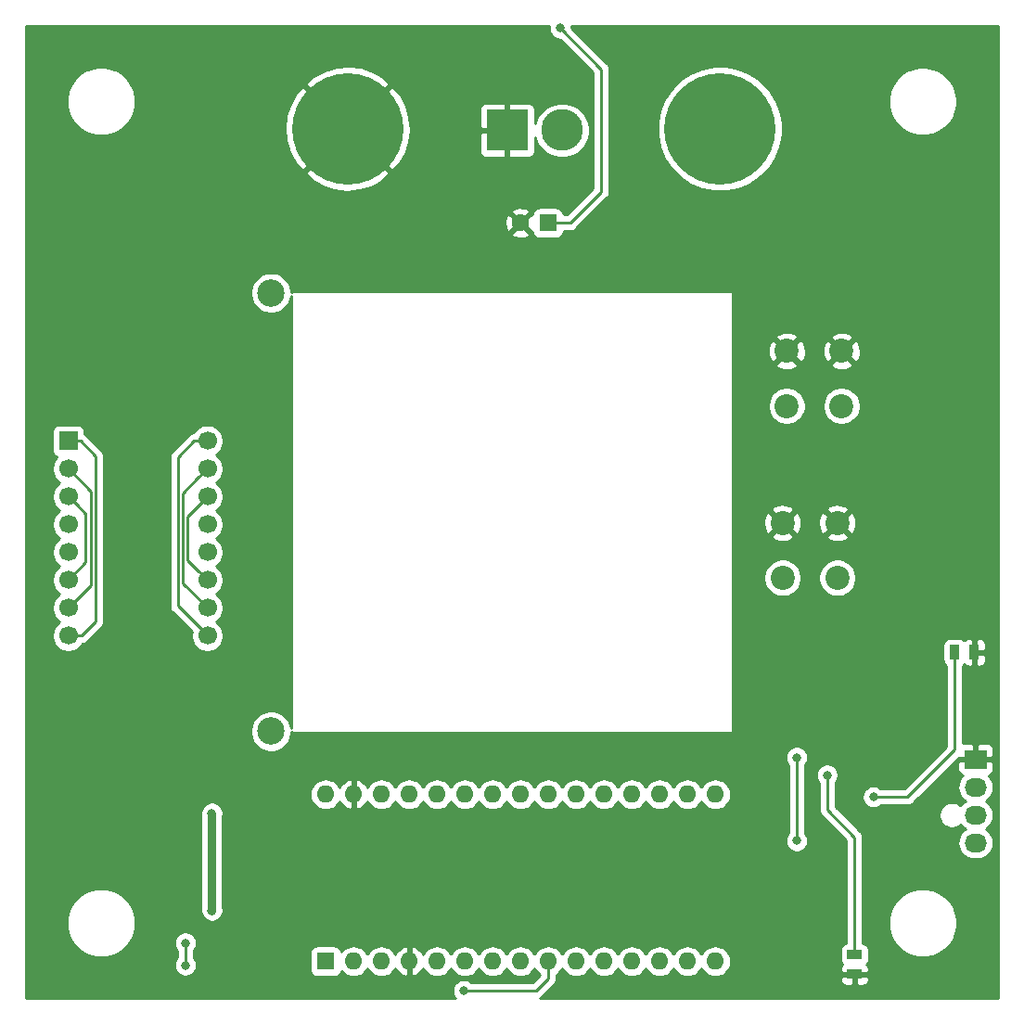
<source format=gbl>
G04 #@! TF.GenerationSoftware,KiCad,Pcbnew,5.1.4+dfsg1-1*
G04 #@! TF.CreationDate,2020-12-14T22:30:58-06:00*
G04 #@! TF.ProjectId,HotBox,486f7442-6f78-42e6-9b69-6361645f7063,2*
G04 #@! TF.SameCoordinates,Original*
G04 #@! TF.FileFunction,Copper,L2,Bot*
G04 #@! TF.FilePolarity,Positive*
%FSLAX46Y46*%
G04 Gerber Fmt 4.6, Leading zero omitted, Abs format (unit mm)*
G04 Created by KiCad (PCBNEW 5.1.4+dfsg1-1) date 2020-12-14 22:30:58*
%MOMM*%
%LPD*%
G04 APERTURE LIST*
%ADD10O,2.030000X1.730000*%
%ADD11R,2.030000X1.730000*%
%ADD12R,1.600000X1.600000*%
%ADD13O,1.600000X1.600000*%
%ADD14R,1.700000X1.700000*%
%ADD15C,1.700000*%
%ADD16C,10.160000*%
%ADD17C,1.600000*%
%ADD18R,3.800000X3.800000*%
%ADD19C,3.800000*%
%ADD20C,2.500000*%
%ADD21C,2.200000*%
%ADD22R,0.850000X1.350000*%
%ADD23R,1.350000X0.850000*%
%ADD24C,0.800000*%
%ADD25C,0.250000*%
%ADD26C,0.762000*%
%ADD27C,0.254000*%
G04 APERTURE END LIST*
D10*
X189203000Y-124521000D03*
X189203000Y-121981000D03*
X189203000Y-119441000D03*
D11*
X189203000Y-116901000D03*
D12*
X129873000Y-135333000D03*
D13*
X162893000Y-120093000D03*
X132413000Y-135333000D03*
X160353000Y-120093000D03*
X134953000Y-135333000D03*
X157813000Y-120093000D03*
X137493000Y-135333000D03*
X155273000Y-120093000D03*
X140033000Y-135333000D03*
X152733000Y-120093000D03*
X142573000Y-135333000D03*
X150193000Y-120093000D03*
X145113000Y-135333000D03*
X147653000Y-120093000D03*
X147653000Y-135333000D03*
X145113000Y-120093000D03*
X150193000Y-135333000D03*
X142573000Y-120093000D03*
X152733000Y-135333000D03*
X140033000Y-120093000D03*
X155273000Y-135333000D03*
X137493000Y-120093000D03*
X157813000Y-135333000D03*
X134953000Y-120093000D03*
X160353000Y-135333000D03*
X132413000Y-120093000D03*
X162893000Y-135333000D03*
X129873000Y-120093000D03*
X165433000Y-135333000D03*
X165433000Y-120093000D03*
D14*
X106373000Y-87833000D03*
D15*
X106373000Y-90373000D03*
X106373000Y-92913000D03*
X106373000Y-95453000D03*
X106373000Y-97993000D03*
X106373000Y-100533000D03*
X106373000Y-103073000D03*
X106373000Y-105613000D03*
X119073000Y-105613000D03*
X119073000Y-103073000D03*
X119073000Y-100533000D03*
X119073000Y-97993000D03*
X119073000Y-95453000D03*
X119073000Y-92913000D03*
X119073000Y-90373000D03*
X119073000Y-87833000D03*
D16*
X165873000Y-59333000D03*
X131873000Y-59333000D03*
D12*
X150149500Y-67942500D03*
D17*
X147649500Y-67942500D03*
D18*
X146448000Y-59483000D03*
D19*
X151448000Y-59483000D03*
D20*
X124873000Y-74333000D03*
X124873000Y-114333000D03*
D21*
X176973000Y-84633000D03*
X176973000Y-79633000D03*
X171973000Y-79633000D03*
X171973000Y-84633000D03*
X171573000Y-100333000D03*
X171573000Y-95333000D03*
X176573000Y-95333000D03*
X176573000Y-100333000D03*
D22*
X189083000Y-107133000D03*
X187273000Y-107133000D03*
D23*
X178153000Y-134712500D03*
X178153000Y-136522500D03*
D24*
X117066000Y-133665000D03*
X117066000Y-135697000D03*
X179872996Y-120333000D03*
X175648000Y-118333000D03*
X142473000Y-138033000D03*
X179873000Y-118133022D03*
X180073000Y-122533000D03*
X114970500Y-68704500D03*
X121511000Y-133728500D03*
X125765500Y-119504500D03*
X151292500Y-50162500D03*
X119493000Y-121804500D03*
X119493000Y-130694500D03*
X172873000Y-124333000D03*
X172873000Y-116733000D03*
D25*
X117066000Y-135697000D02*
X117066000Y-133665000D01*
X187273000Y-108433000D02*
X187273000Y-107133000D01*
X187273000Y-116036000D02*
X187273000Y-108433000D01*
X179872996Y-120333000D02*
X182976000Y-120333000D01*
X182976000Y-120333000D02*
X187273000Y-116036000D01*
X178153000Y-134712500D02*
X178153000Y-124013000D01*
X178153000Y-124013000D02*
X175676500Y-121536500D01*
X175676500Y-118361500D02*
X175648000Y-118333000D01*
X175676500Y-121536500D02*
X175676500Y-118361500D01*
X150193000Y-136913000D02*
X150193000Y-135333000D01*
X142473000Y-138033000D02*
X149073000Y-138033000D01*
X149073000Y-138033000D02*
X150193000Y-136913000D01*
X150149500Y-67942500D02*
X152181500Y-67942500D01*
X152181500Y-67942500D02*
X155039000Y-65085000D01*
X155039000Y-65085000D02*
X155039000Y-53909000D01*
X155039000Y-53909000D02*
X151292500Y-50162500D01*
X107473000Y-87833000D02*
X106373000Y-87833000D01*
X108873000Y-89233000D02*
X107473000Y-87833000D01*
X107593000Y-105613000D02*
X108873000Y-104333000D01*
X106373000Y-105613000D02*
X107593000Y-105613000D01*
X108873000Y-104333000D02*
X108873000Y-89233000D01*
X108422989Y-92422989D02*
X108422989Y-101023011D01*
X108422989Y-101023011D02*
X107222999Y-102223001D01*
X106373000Y-90373000D02*
X108422989Y-92422989D01*
X107222999Y-102223001D02*
X106373000Y-103073000D01*
X107972978Y-94512978D02*
X107222999Y-93762999D01*
X107972978Y-98933022D02*
X107972978Y-94512978D01*
X107222999Y-93762999D02*
X106373000Y-92913000D01*
X106373000Y-100533000D02*
X107972978Y-98933022D01*
X117870919Y-87833000D02*
X119073000Y-87833000D01*
X116373000Y-89330919D02*
X117870919Y-87833000D01*
X116373000Y-102913000D02*
X116373000Y-89330919D01*
X119073000Y-105613000D02*
X116373000Y-102913000D01*
X116823011Y-92622989D02*
X118223001Y-91222999D01*
X116823011Y-100823011D02*
X116823011Y-92622989D01*
X119073000Y-103073000D02*
X116823011Y-100823011D01*
X118223001Y-91222999D02*
X119073000Y-90373000D01*
X117273022Y-94712978D02*
X117273022Y-98733022D01*
X117273022Y-98733022D02*
X118223001Y-99683001D01*
X119073000Y-92913000D02*
X117273022Y-94712978D01*
X118223001Y-99683001D02*
X119073000Y-100533000D01*
D26*
X119493000Y-121804500D02*
X119493000Y-130694500D01*
D25*
X172873000Y-124333000D02*
X172873000Y-116733000D01*
D27*
G36*
X150257500Y-50060561D02*
G01*
X150257500Y-50264439D01*
X150297274Y-50464398D01*
X150375295Y-50652756D01*
X150488563Y-50822274D01*
X150632726Y-50966437D01*
X150802244Y-51079705D01*
X150990602Y-51157726D01*
X151190561Y-51197500D01*
X151252699Y-51197500D01*
X154279001Y-54223803D01*
X154279000Y-64770198D01*
X151866699Y-67182500D01*
X151587572Y-67182500D01*
X151587572Y-67142500D01*
X151575312Y-67018018D01*
X151539002Y-66898320D01*
X151480037Y-66788006D01*
X151400685Y-66691315D01*
X151303994Y-66611963D01*
X151193680Y-66552998D01*
X151073982Y-66516688D01*
X150949500Y-66504428D01*
X149349500Y-66504428D01*
X149225018Y-66516688D01*
X149105320Y-66552998D01*
X148995006Y-66611963D01*
X148898315Y-66691315D01*
X148818963Y-66788006D01*
X148759998Y-66898320D01*
X148723688Y-67018018D01*
X148711428Y-67142500D01*
X148711428Y-67149715D01*
X148642202Y-67129403D01*
X147829105Y-67942500D01*
X148642202Y-68755597D01*
X148711428Y-68735285D01*
X148711428Y-68742500D01*
X148723688Y-68866982D01*
X148759998Y-68986680D01*
X148818963Y-69096994D01*
X148898315Y-69193685D01*
X148995006Y-69273037D01*
X149105320Y-69332002D01*
X149225018Y-69368312D01*
X149349500Y-69380572D01*
X150949500Y-69380572D01*
X151073982Y-69368312D01*
X151193680Y-69332002D01*
X151303994Y-69273037D01*
X151400685Y-69193685D01*
X151480037Y-69096994D01*
X151539002Y-68986680D01*
X151575312Y-68866982D01*
X151587572Y-68742500D01*
X151587572Y-68702500D01*
X152144178Y-68702500D01*
X152181500Y-68706176D01*
X152218822Y-68702500D01*
X152218833Y-68702500D01*
X152330486Y-68691503D01*
X152473747Y-68648046D01*
X152605776Y-68577474D01*
X152721501Y-68482501D01*
X152745304Y-68453497D01*
X155550004Y-65648798D01*
X155579001Y-65625001D01*
X155673974Y-65509276D01*
X155744546Y-65377247D01*
X155788003Y-65233986D01*
X155799000Y-65122333D01*
X155799000Y-65122324D01*
X155802676Y-65085001D01*
X155799000Y-65047678D01*
X155799000Y-58770122D01*
X160158000Y-58770122D01*
X160158000Y-59895878D01*
X160377625Y-61000004D01*
X160808433Y-62040067D01*
X161433870Y-62976100D01*
X162229900Y-63772130D01*
X163165933Y-64397567D01*
X164205996Y-64828375D01*
X165310122Y-65048000D01*
X166435878Y-65048000D01*
X167540004Y-64828375D01*
X168580067Y-64397567D01*
X169516100Y-63772130D01*
X170312130Y-62976100D01*
X170937567Y-62040067D01*
X171368375Y-61000004D01*
X171588000Y-59895878D01*
X171588000Y-58770122D01*
X171368375Y-57665996D01*
X170937567Y-56625933D01*
X170869151Y-56523540D01*
X181231000Y-56523540D01*
X181231000Y-57142460D01*
X181351745Y-57749488D01*
X181588596Y-58321295D01*
X181932449Y-58835908D01*
X182370092Y-59273551D01*
X182884705Y-59617404D01*
X183456512Y-59854255D01*
X184063540Y-59975000D01*
X184682460Y-59975000D01*
X185289488Y-59854255D01*
X185861295Y-59617404D01*
X186375908Y-59273551D01*
X186813551Y-58835908D01*
X187157404Y-58321295D01*
X187394255Y-57749488D01*
X187515000Y-57142460D01*
X187515000Y-56523540D01*
X187394255Y-55916512D01*
X187157404Y-55344705D01*
X186813551Y-54830092D01*
X186375908Y-54392449D01*
X185861295Y-54048596D01*
X185289488Y-53811745D01*
X184682460Y-53691000D01*
X184063540Y-53691000D01*
X183456512Y-53811745D01*
X182884705Y-54048596D01*
X182370092Y-54392449D01*
X181932449Y-54830092D01*
X181588596Y-55344705D01*
X181351745Y-55916512D01*
X181231000Y-56523540D01*
X170869151Y-56523540D01*
X170312130Y-55689900D01*
X169516100Y-54893870D01*
X168580067Y-54268433D01*
X167540004Y-53837625D01*
X166435878Y-53618000D01*
X165310122Y-53618000D01*
X164205996Y-53837625D01*
X163165933Y-54268433D01*
X162229900Y-54893870D01*
X161433870Y-55689900D01*
X160808433Y-56625933D01*
X160377625Y-57665996D01*
X160158000Y-58770122D01*
X155799000Y-58770122D01*
X155799000Y-53946322D01*
X155802676Y-53908999D01*
X155799000Y-53871676D01*
X155799000Y-53871667D01*
X155788003Y-53760014D01*
X155744546Y-53616753D01*
X155730883Y-53591192D01*
X155673974Y-53484723D01*
X155602799Y-53397997D01*
X155579001Y-53368999D01*
X155550003Y-53345201D01*
X152327500Y-50122699D01*
X152327500Y-50060561D01*
X152307497Y-49960000D01*
X191246000Y-49960000D01*
X191246000Y-138706000D01*
X149426135Y-138706000D01*
X149497276Y-138667974D01*
X149613001Y-138573001D01*
X149636804Y-138543998D01*
X150704004Y-137476798D01*
X150733001Y-137453001D01*
X150827974Y-137337276D01*
X150898546Y-137205247D01*
X150942003Y-137061986D01*
X150953000Y-136950333D01*
X150953000Y-136950324D01*
X150953278Y-136947500D01*
X176839928Y-136947500D01*
X176852188Y-137071982D01*
X176888498Y-137191680D01*
X176947463Y-137301994D01*
X177026815Y-137398685D01*
X177123506Y-137478037D01*
X177233820Y-137537002D01*
X177353518Y-137573312D01*
X177478000Y-137585572D01*
X177867250Y-137582500D01*
X178026000Y-137423750D01*
X178026000Y-136649500D01*
X178280000Y-136649500D01*
X178280000Y-137423750D01*
X178438750Y-137582500D01*
X178828000Y-137585572D01*
X178952482Y-137573312D01*
X179072180Y-137537002D01*
X179182494Y-137478037D01*
X179279185Y-137398685D01*
X179358537Y-137301994D01*
X179417502Y-137191680D01*
X179453812Y-137071982D01*
X179466072Y-136947500D01*
X179463000Y-136808250D01*
X179304250Y-136649500D01*
X178280000Y-136649500D01*
X178026000Y-136649500D01*
X177001750Y-136649500D01*
X176843000Y-136808250D01*
X176839928Y-136947500D01*
X150953278Y-136947500D01*
X150956676Y-136913001D01*
X150953000Y-136875678D01*
X150953000Y-136553901D01*
X150994101Y-136531932D01*
X151212608Y-136352608D01*
X151391932Y-136134101D01*
X151463000Y-136001142D01*
X151534068Y-136134101D01*
X151713392Y-136352608D01*
X151931899Y-136531932D01*
X152181192Y-136665182D01*
X152451691Y-136747236D01*
X152662508Y-136768000D01*
X152803492Y-136768000D01*
X153014309Y-136747236D01*
X153284808Y-136665182D01*
X153534101Y-136531932D01*
X153752608Y-136352608D01*
X153931932Y-136134101D01*
X154003000Y-136001142D01*
X154074068Y-136134101D01*
X154253392Y-136352608D01*
X154471899Y-136531932D01*
X154721192Y-136665182D01*
X154991691Y-136747236D01*
X155202508Y-136768000D01*
X155343492Y-136768000D01*
X155554309Y-136747236D01*
X155824808Y-136665182D01*
X156074101Y-136531932D01*
X156292608Y-136352608D01*
X156471932Y-136134101D01*
X156543000Y-136001142D01*
X156614068Y-136134101D01*
X156793392Y-136352608D01*
X157011899Y-136531932D01*
X157261192Y-136665182D01*
X157531691Y-136747236D01*
X157742508Y-136768000D01*
X157883492Y-136768000D01*
X158094309Y-136747236D01*
X158364808Y-136665182D01*
X158614101Y-136531932D01*
X158832608Y-136352608D01*
X159011932Y-136134101D01*
X159083000Y-136001142D01*
X159154068Y-136134101D01*
X159333392Y-136352608D01*
X159551899Y-136531932D01*
X159801192Y-136665182D01*
X160071691Y-136747236D01*
X160282508Y-136768000D01*
X160423492Y-136768000D01*
X160634309Y-136747236D01*
X160904808Y-136665182D01*
X161154101Y-136531932D01*
X161372608Y-136352608D01*
X161551932Y-136134101D01*
X161623000Y-136001142D01*
X161694068Y-136134101D01*
X161873392Y-136352608D01*
X162091899Y-136531932D01*
X162341192Y-136665182D01*
X162611691Y-136747236D01*
X162822508Y-136768000D01*
X162963492Y-136768000D01*
X163174309Y-136747236D01*
X163444808Y-136665182D01*
X163694101Y-136531932D01*
X163912608Y-136352608D01*
X164091932Y-136134101D01*
X164163000Y-136001142D01*
X164234068Y-136134101D01*
X164413392Y-136352608D01*
X164631899Y-136531932D01*
X164881192Y-136665182D01*
X165151691Y-136747236D01*
X165362508Y-136768000D01*
X165503492Y-136768000D01*
X165714309Y-136747236D01*
X165984808Y-136665182D01*
X166234101Y-136531932D01*
X166452608Y-136352608D01*
X166631932Y-136134101D01*
X166765182Y-135884808D01*
X166847236Y-135614309D01*
X166874943Y-135333000D01*
X166847236Y-135051691D01*
X166765182Y-134781192D01*
X166631932Y-134531899D01*
X166452608Y-134313392D01*
X166234101Y-134134068D01*
X165984808Y-134000818D01*
X165714309Y-133918764D01*
X165503492Y-133898000D01*
X165362508Y-133898000D01*
X165151691Y-133918764D01*
X164881192Y-134000818D01*
X164631899Y-134134068D01*
X164413392Y-134313392D01*
X164234068Y-134531899D01*
X164163000Y-134664858D01*
X164091932Y-134531899D01*
X163912608Y-134313392D01*
X163694101Y-134134068D01*
X163444808Y-134000818D01*
X163174309Y-133918764D01*
X162963492Y-133898000D01*
X162822508Y-133898000D01*
X162611691Y-133918764D01*
X162341192Y-134000818D01*
X162091899Y-134134068D01*
X161873392Y-134313392D01*
X161694068Y-134531899D01*
X161623000Y-134664858D01*
X161551932Y-134531899D01*
X161372608Y-134313392D01*
X161154101Y-134134068D01*
X160904808Y-134000818D01*
X160634309Y-133918764D01*
X160423492Y-133898000D01*
X160282508Y-133898000D01*
X160071691Y-133918764D01*
X159801192Y-134000818D01*
X159551899Y-134134068D01*
X159333392Y-134313392D01*
X159154068Y-134531899D01*
X159083000Y-134664858D01*
X159011932Y-134531899D01*
X158832608Y-134313392D01*
X158614101Y-134134068D01*
X158364808Y-134000818D01*
X158094309Y-133918764D01*
X157883492Y-133898000D01*
X157742508Y-133898000D01*
X157531691Y-133918764D01*
X157261192Y-134000818D01*
X157011899Y-134134068D01*
X156793392Y-134313392D01*
X156614068Y-134531899D01*
X156543000Y-134664858D01*
X156471932Y-134531899D01*
X156292608Y-134313392D01*
X156074101Y-134134068D01*
X155824808Y-134000818D01*
X155554309Y-133918764D01*
X155343492Y-133898000D01*
X155202508Y-133898000D01*
X154991691Y-133918764D01*
X154721192Y-134000818D01*
X154471899Y-134134068D01*
X154253392Y-134313392D01*
X154074068Y-134531899D01*
X154003000Y-134664858D01*
X153931932Y-134531899D01*
X153752608Y-134313392D01*
X153534101Y-134134068D01*
X153284808Y-134000818D01*
X153014309Y-133918764D01*
X152803492Y-133898000D01*
X152662508Y-133898000D01*
X152451691Y-133918764D01*
X152181192Y-134000818D01*
X151931899Y-134134068D01*
X151713392Y-134313392D01*
X151534068Y-134531899D01*
X151463000Y-134664858D01*
X151391932Y-134531899D01*
X151212608Y-134313392D01*
X150994101Y-134134068D01*
X150744808Y-134000818D01*
X150474309Y-133918764D01*
X150263492Y-133898000D01*
X150122508Y-133898000D01*
X149911691Y-133918764D01*
X149641192Y-134000818D01*
X149391899Y-134134068D01*
X149173392Y-134313392D01*
X148994068Y-134531899D01*
X148923000Y-134664858D01*
X148851932Y-134531899D01*
X148672608Y-134313392D01*
X148454101Y-134134068D01*
X148204808Y-134000818D01*
X147934309Y-133918764D01*
X147723492Y-133898000D01*
X147582508Y-133898000D01*
X147371691Y-133918764D01*
X147101192Y-134000818D01*
X146851899Y-134134068D01*
X146633392Y-134313392D01*
X146454068Y-134531899D01*
X146383000Y-134664858D01*
X146311932Y-134531899D01*
X146132608Y-134313392D01*
X145914101Y-134134068D01*
X145664808Y-134000818D01*
X145394309Y-133918764D01*
X145183492Y-133898000D01*
X145042508Y-133898000D01*
X144831691Y-133918764D01*
X144561192Y-134000818D01*
X144311899Y-134134068D01*
X144093392Y-134313392D01*
X143914068Y-134531899D01*
X143843000Y-134664858D01*
X143771932Y-134531899D01*
X143592608Y-134313392D01*
X143374101Y-134134068D01*
X143124808Y-134000818D01*
X142854309Y-133918764D01*
X142643492Y-133898000D01*
X142502508Y-133898000D01*
X142291691Y-133918764D01*
X142021192Y-134000818D01*
X141771899Y-134134068D01*
X141553392Y-134313392D01*
X141374068Y-134531899D01*
X141303000Y-134664858D01*
X141231932Y-134531899D01*
X141052608Y-134313392D01*
X140834101Y-134134068D01*
X140584808Y-134000818D01*
X140314309Y-133918764D01*
X140103492Y-133898000D01*
X139962508Y-133898000D01*
X139751691Y-133918764D01*
X139481192Y-134000818D01*
X139231899Y-134134068D01*
X139013392Y-134313392D01*
X138834068Y-134531899D01*
X138760421Y-134669682D01*
X138645385Y-134477869D01*
X138456414Y-134269481D01*
X138230420Y-134101963D01*
X137976087Y-133981754D01*
X137842039Y-133941096D01*
X137620000Y-134063085D01*
X137620000Y-135206000D01*
X137640000Y-135206000D01*
X137640000Y-135460000D01*
X137620000Y-135460000D01*
X137620000Y-136602915D01*
X137842039Y-136724904D01*
X137976087Y-136684246D01*
X138230420Y-136564037D01*
X138456414Y-136396519D01*
X138645385Y-136188131D01*
X138760421Y-135996318D01*
X138834068Y-136134101D01*
X139013392Y-136352608D01*
X139231899Y-136531932D01*
X139481192Y-136665182D01*
X139751691Y-136747236D01*
X139962508Y-136768000D01*
X140103492Y-136768000D01*
X140314309Y-136747236D01*
X140584808Y-136665182D01*
X140834101Y-136531932D01*
X141052608Y-136352608D01*
X141231932Y-136134101D01*
X141303000Y-136001142D01*
X141374068Y-136134101D01*
X141553392Y-136352608D01*
X141771899Y-136531932D01*
X142021192Y-136665182D01*
X142291691Y-136747236D01*
X142502508Y-136768000D01*
X142643492Y-136768000D01*
X142854309Y-136747236D01*
X143124808Y-136665182D01*
X143374101Y-136531932D01*
X143592608Y-136352608D01*
X143771932Y-136134101D01*
X143843000Y-136001142D01*
X143914068Y-136134101D01*
X144093392Y-136352608D01*
X144311899Y-136531932D01*
X144561192Y-136665182D01*
X144831691Y-136747236D01*
X145042508Y-136768000D01*
X145183492Y-136768000D01*
X145394309Y-136747236D01*
X145664808Y-136665182D01*
X145914101Y-136531932D01*
X146132608Y-136352608D01*
X146311932Y-136134101D01*
X146383000Y-136001142D01*
X146454068Y-136134101D01*
X146633392Y-136352608D01*
X146851899Y-136531932D01*
X147101192Y-136665182D01*
X147371691Y-136747236D01*
X147582508Y-136768000D01*
X147723492Y-136768000D01*
X147934309Y-136747236D01*
X148204808Y-136665182D01*
X148454101Y-136531932D01*
X148672608Y-136352608D01*
X148851932Y-136134101D01*
X148923000Y-136001142D01*
X148994068Y-136134101D01*
X149173392Y-136352608D01*
X149391899Y-136531932D01*
X149433000Y-136553901D01*
X149433000Y-136598198D01*
X148758199Y-137273000D01*
X143176711Y-137273000D01*
X143132774Y-137229063D01*
X142963256Y-137115795D01*
X142774898Y-137037774D01*
X142574939Y-136998000D01*
X142371061Y-136998000D01*
X142171102Y-137037774D01*
X141982744Y-137115795D01*
X141813226Y-137229063D01*
X141669063Y-137373226D01*
X141555795Y-137542744D01*
X141477774Y-137731102D01*
X141438000Y-137931061D01*
X141438000Y-138134939D01*
X141477774Y-138334898D01*
X141555795Y-138523256D01*
X141669063Y-138692774D01*
X141682289Y-138706000D01*
X102500000Y-138706000D01*
X102500000Y-131523540D01*
X106231000Y-131523540D01*
X106231000Y-132142460D01*
X106351745Y-132749488D01*
X106588596Y-133321295D01*
X106932449Y-133835908D01*
X107370092Y-134273551D01*
X107884705Y-134617404D01*
X108456512Y-134854255D01*
X109063540Y-134975000D01*
X109682460Y-134975000D01*
X110289488Y-134854255D01*
X110861295Y-134617404D01*
X111375908Y-134273551D01*
X111813551Y-133835908D01*
X111995861Y-133563061D01*
X116031000Y-133563061D01*
X116031000Y-133766939D01*
X116070774Y-133966898D01*
X116148795Y-134155256D01*
X116262063Y-134324774D01*
X116306001Y-134368712D01*
X116306000Y-134993289D01*
X116262063Y-135037226D01*
X116148795Y-135206744D01*
X116070774Y-135395102D01*
X116031000Y-135595061D01*
X116031000Y-135798939D01*
X116070774Y-135998898D01*
X116148795Y-136187256D01*
X116262063Y-136356774D01*
X116406226Y-136500937D01*
X116575744Y-136614205D01*
X116764102Y-136692226D01*
X116964061Y-136732000D01*
X117167939Y-136732000D01*
X117367898Y-136692226D01*
X117556256Y-136614205D01*
X117725774Y-136500937D01*
X117869937Y-136356774D01*
X117983205Y-136187256D01*
X118061226Y-135998898D01*
X118101000Y-135798939D01*
X118101000Y-135595061D01*
X118061226Y-135395102D01*
X117983205Y-135206744D01*
X117869937Y-135037226D01*
X117826000Y-134993289D01*
X117826000Y-134533000D01*
X128434928Y-134533000D01*
X128434928Y-136133000D01*
X128447188Y-136257482D01*
X128483498Y-136377180D01*
X128542463Y-136487494D01*
X128621815Y-136584185D01*
X128718506Y-136663537D01*
X128828820Y-136722502D01*
X128948518Y-136758812D01*
X129073000Y-136771072D01*
X130673000Y-136771072D01*
X130797482Y-136758812D01*
X130917180Y-136722502D01*
X131027494Y-136663537D01*
X131124185Y-136584185D01*
X131203537Y-136487494D01*
X131262502Y-136377180D01*
X131298812Y-136257482D01*
X131300581Y-136239518D01*
X131393392Y-136352608D01*
X131611899Y-136531932D01*
X131861192Y-136665182D01*
X132131691Y-136747236D01*
X132342508Y-136768000D01*
X132483492Y-136768000D01*
X132694309Y-136747236D01*
X132964808Y-136665182D01*
X133214101Y-136531932D01*
X133432608Y-136352608D01*
X133611932Y-136134101D01*
X133683000Y-136001142D01*
X133754068Y-136134101D01*
X133933392Y-136352608D01*
X134151899Y-136531932D01*
X134401192Y-136665182D01*
X134671691Y-136747236D01*
X134882508Y-136768000D01*
X135023492Y-136768000D01*
X135234309Y-136747236D01*
X135504808Y-136665182D01*
X135754101Y-136531932D01*
X135972608Y-136352608D01*
X136151932Y-136134101D01*
X136225579Y-135996318D01*
X136340615Y-136188131D01*
X136529586Y-136396519D01*
X136755580Y-136564037D01*
X137009913Y-136684246D01*
X137143961Y-136724904D01*
X137366000Y-136602915D01*
X137366000Y-135460000D01*
X137346000Y-135460000D01*
X137346000Y-135206000D01*
X137366000Y-135206000D01*
X137366000Y-134063085D01*
X137143961Y-133941096D01*
X137009913Y-133981754D01*
X136755580Y-134101963D01*
X136529586Y-134269481D01*
X136340615Y-134477869D01*
X136225579Y-134669682D01*
X136151932Y-134531899D01*
X135972608Y-134313392D01*
X135754101Y-134134068D01*
X135504808Y-134000818D01*
X135234309Y-133918764D01*
X135023492Y-133898000D01*
X134882508Y-133898000D01*
X134671691Y-133918764D01*
X134401192Y-134000818D01*
X134151899Y-134134068D01*
X133933392Y-134313392D01*
X133754068Y-134531899D01*
X133683000Y-134664858D01*
X133611932Y-134531899D01*
X133432608Y-134313392D01*
X133214101Y-134134068D01*
X132964808Y-134000818D01*
X132694309Y-133918764D01*
X132483492Y-133898000D01*
X132342508Y-133898000D01*
X132131691Y-133918764D01*
X131861192Y-134000818D01*
X131611899Y-134134068D01*
X131393392Y-134313392D01*
X131300581Y-134426482D01*
X131298812Y-134408518D01*
X131262502Y-134288820D01*
X131203537Y-134178506D01*
X131124185Y-134081815D01*
X131027494Y-134002463D01*
X130917180Y-133943498D01*
X130797482Y-133907188D01*
X130673000Y-133894928D01*
X129073000Y-133894928D01*
X128948518Y-133907188D01*
X128828820Y-133943498D01*
X128718506Y-134002463D01*
X128621815Y-134081815D01*
X128542463Y-134178506D01*
X128483498Y-134288820D01*
X128447188Y-134408518D01*
X128434928Y-134533000D01*
X117826000Y-134533000D01*
X117826000Y-134368711D01*
X117869937Y-134324774D01*
X117983205Y-134155256D01*
X118061226Y-133966898D01*
X118101000Y-133766939D01*
X118101000Y-133563061D01*
X118061226Y-133363102D01*
X117983205Y-133174744D01*
X117869937Y-133005226D01*
X117725774Y-132861063D01*
X117556256Y-132747795D01*
X117367898Y-132669774D01*
X117167939Y-132630000D01*
X116964061Y-132630000D01*
X116764102Y-132669774D01*
X116575744Y-132747795D01*
X116406226Y-132861063D01*
X116262063Y-133005226D01*
X116148795Y-133174744D01*
X116070774Y-133363102D01*
X116031000Y-133563061D01*
X111995861Y-133563061D01*
X112157404Y-133321295D01*
X112394255Y-132749488D01*
X112515000Y-132142460D01*
X112515000Y-131523540D01*
X112394255Y-130916512D01*
X112157404Y-130344705D01*
X111813551Y-129830092D01*
X111375908Y-129392449D01*
X110861295Y-129048596D01*
X110289488Y-128811745D01*
X109682460Y-128691000D01*
X109063540Y-128691000D01*
X108456512Y-128811745D01*
X107884705Y-129048596D01*
X107370092Y-129392449D01*
X106932449Y-129830092D01*
X106588596Y-130344705D01*
X106351745Y-130916512D01*
X106231000Y-131523540D01*
X102500000Y-131523540D01*
X102500000Y-121702561D01*
X118458000Y-121702561D01*
X118458000Y-121906439D01*
X118477000Y-122001959D01*
X118477001Y-130497036D01*
X118458000Y-130592561D01*
X118458000Y-130796439D01*
X118497774Y-130996398D01*
X118575795Y-131184756D01*
X118689063Y-131354274D01*
X118833226Y-131498437D01*
X119002744Y-131611705D01*
X119191102Y-131689726D01*
X119391061Y-131729500D01*
X119594939Y-131729500D01*
X119794898Y-131689726D01*
X119983256Y-131611705D01*
X120152774Y-131498437D01*
X120296937Y-131354274D01*
X120410205Y-131184756D01*
X120488226Y-130996398D01*
X120528000Y-130796439D01*
X120528000Y-130592561D01*
X120509000Y-130497041D01*
X120509000Y-122001959D01*
X120528000Y-121906439D01*
X120528000Y-121702561D01*
X120488226Y-121502602D01*
X120410205Y-121314244D01*
X120296937Y-121144726D01*
X120152774Y-121000563D01*
X119983256Y-120887295D01*
X119794898Y-120809274D01*
X119594939Y-120769500D01*
X119391061Y-120769500D01*
X119191102Y-120809274D01*
X119002744Y-120887295D01*
X118833226Y-121000563D01*
X118689063Y-121144726D01*
X118575795Y-121314244D01*
X118497774Y-121502602D01*
X118458000Y-121702561D01*
X102500000Y-121702561D01*
X102500000Y-120093000D01*
X128431057Y-120093000D01*
X128458764Y-120374309D01*
X128540818Y-120644808D01*
X128674068Y-120894101D01*
X128853392Y-121112608D01*
X129071899Y-121291932D01*
X129321192Y-121425182D01*
X129591691Y-121507236D01*
X129802508Y-121528000D01*
X129943492Y-121528000D01*
X130154309Y-121507236D01*
X130424808Y-121425182D01*
X130674101Y-121291932D01*
X130892608Y-121112608D01*
X131071932Y-120894101D01*
X131145579Y-120756318D01*
X131260615Y-120948131D01*
X131449586Y-121156519D01*
X131675580Y-121324037D01*
X131929913Y-121444246D01*
X132063961Y-121484904D01*
X132286000Y-121362915D01*
X132286000Y-120220000D01*
X132266000Y-120220000D01*
X132266000Y-119966000D01*
X132286000Y-119966000D01*
X132286000Y-118823085D01*
X132540000Y-118823085D01*
X132540000Y-119966000D01*
X132560000Y-119966000D01*
X132560000Y-120220000D01*
X132540000Y-120220000D01*
X132540000Y-121362915D01*
X132762039Y-121484904D01*
X132896087Y-121444246D01*
X133150420Y-121324037D01*
X133376414Y-121156519D01*
X133565385Y-120948131D01*
X133680421Y-120756318D01*
X133754068Y-120894101D01*
X133933392Y-121112608D01*
X134151899Y-121291932D01*
X134401192Y-121425182D01*
X134671691Y-121507236D01*
X134882508Y-121528000D01*
X135023492Y-121528000D01*
X135234309Y-121507236D01*
X135504808Y-121425182D01*
X135754101Y-121291932D01*
X135972608Y-121112608D01*
X136151932Y-120894101D01*
X136223000Y-120761142D01*
X136294068Y-120894101D01*
X136473392Y-121112608D01*
X136691899Y-121291932D01*
X136941192Y-121425182D01*
X137211691Y-121507236D01*
X137422508Y-121528000D01*
X137563492Y-121528000D01*
X137774309Y-121507236D01*
X138044808Y-121425182D01*
X138294101Y-121291932D01*
X138512608Y-121112608D01*
X138691932Y-120894101D01*
X138763000Y-120761142D01*
X138834068Y-120894101D01*
X139013392Y-121112608D01*
X139231899Y-121291932D01*
X139481192Y-121425182D01*
X139751691Y-121507236D01*
X139962508Y-121528000D01*
X140103492Y-121528000D01*
X140314309Y-121507236D01*
X140584808Y-121425182D01*
X140834101Y-121291932D01*
X141052608Y-121112608D01*
X141231932Y-120894101D01*
X141303000Y-120761142D01*
X141374068Y-120894101D01*
X141553392Y-121112608D01*
X141771899Y-121291932D01*
X142021192Y-121425182D01*
X142291691Y-121507236D01*
X142502508Y-121528000D01*
X142643492Y-121528000D01*
X142854309Y-121507236D01*
X143124808Y-121425182D01*
X143374101Y-121291932D01*
X143592608Y-121112608D01*
X143771932Y-120894101D01*
X143843000Y-120761142D01*
X143914068Y-120894101D01*
X144093392Y-121112608D01*
X144311899Y-121291932D01*
X144561192Y-121425182D01*
X144831691Y-121507236D01*
X145042508Y-121528000D01*
X145183492Y-121528000D01*
X145394309Y-121507236D01*
X145664808Y-121425182D01*
X145914101Y-121291932D01*
X146132608Y-121112608D01*
X146311932Y-120894101D01*
X146383000Y-120761142D01*
X146454068Y-120894101D01*
X146633392Y-121112608D01*
X146851899Y-121291932D01*
X147101192Y-121425182D01*
X147371691Y-121507236D01*
X147582508Y-121528000D01*
X147723492Y-121528000D01*
X147934309Y-121507236D01*
X148204808Y-121425182D01*
X148454101Y-121291932D01*
X148672608Y-121112608D01*
X148851932Y-120894101D01*
X148923000Y-120761142D01*
X148994068Y-120894101D01*
X149173392Y-121112608D01*
X149391899Y-121291932D01*
X149641192Y-121425182D01*
X149911691Y-121507236D01*
X150122508Y-121528000D01*
X150263492Y-121528000D01*
X150474309Y-121507236D01*
X150744808Y-121425182D01*
X150994101Y-121291932D01*
X151212608Y-121112608D01*
X151391932Y-120894101D01*
X151463000Y-120761142D01*
X151534068Y-120894101D01*
X151713392Y-121112608D01*
X151931899Y-121291932D01*
X152181192Y-121425182D01*
X152451691Y-121507236D01*
X152662508Y-121528000D01*
X152803492Y-121528000D01*
X153014309Y-121507236D01*
X153284808Y-121425182D01*
X153534101Y-121291932D01*
X153752608Y-121112608D01*
X153931932Y-120894101D01*
X154003000Y-120761142D01*
X154074068Y-120894101D01*
X154253392Y-121112608D01*
X154471899Y-121291932D01*
X154721192Y-121425182D01*
X154991691Y-121507236D01*
X155202508Y-121528000D01*
X155343492Y-121528000D01*
X155554309Y-121507236D01*
X155824808Y-121425182D01*
X156074101Y-121291932D01*
X156292608Y-121112608D01*
X156471932Y-120894101D01*
X156543000Y-120761142D01*
X156614068Y-120894101D01*
X156793392Y-121112608D01*
X157011899Y-121291932D01*
X157261192Y-121425182D01*
X157531691Y-121507236D01*
X157742508Y-121528000D01*
X157883492Y-121528000D01*
X158094309Y-121507236D01*
X158364808Y-121425182D01*
X158614101Y-121291932D01*
X158832608Y-121112608D01*
X159011932Y-120894101D01*
X159083000Y-120761142D01*
X159154068Y-120894101D01*
X159333392Y-121112608D01*
X159551899Y-121291932D01*
X159801192Y-121425182D01*
X160071691Y-121507236D01*
X160282508Y-121528000D01*
X160423492Y-121528000D01*
X160634309Y-121507236D01*
X160904808Y-121425182D01*
X161154101Y-121291932D01*
X161372608Y-121112608D01*
X161551932Y-120894101D01*
X161623000Y-120761142D01*
X161694068Y-120894101D01*
X161873392Y-121112608D01*
X162091899Y-121291932D01*
X162341192Y-121425182D01*
X162611691Y-121507236D01*
X162822508Y-121528000D01*
X162963492Y-121528000D01*
X163174309Y-121507236D01*
X163444808Y-121425182D01*
X163694101Y-121291932D01*
X163912608Y-121112608D01*
X164091932Y-120894101D01*
X164163000Y-120761142D01*
X164234068Y-120894101D01*
X164413392Y-121112608D01*
X164631899Y-121291932D01*
X164881192Y-121425182D01*
X165151691Y-121507236D01*
X165362508Y-121528000D01*
X165503492Y-121528000D01*
X165714309Y-121507236D01*
X165984808Y-121425182D01*
X166234101Y-121291932D01*
X166452608Y-121112608D01*
X166631932Y-120894101D01*
X166765182Y-120644808D01*
X166847236Y-120374309D01*
X166874943Y-120093000D01*
X166847236Y-119811691D01*
X166765182Y-119541192D01*
X166631932Y-119291899D01*
X166452608Y-119073392D01*
X166234101Y-118894068D01*
X165984808Y-118760818D01*
X165714309Y-118678764D01*
X165503492Y-118658000D01*
X165362508Y-118658000D01*
X165151691Y-118678764D01*
X164881192Y-118760818D01*
X164631899Y-118894068D01*
X164413392Y-119073392D01*
X164234068Y-119291899D01*
X164163000Y-119424858D01*
X164091932Y-119291899D01*
X163912608Y-119073392D01*
X163694101Y-118894068D01*
X163444808Y-118760818D01*
X163174309Y-118678764D01*
X162963492Y-118658000D01*
X162822508Y-118658000D01*
X162611691Y-118678764D01*
X162341192Y-118760818D01*
X162091899Y-118894068D01*
X161873392Y-119073392D01*
X161694068Y-119291899D01*
X161623000Y-119424858D01*
X161551932Y-119291899D01*
X161372608Y-119073392D01*
X161154101Y-118894068D01*
X160904808Y-118760818D01*
X160634309Y-118678764D01*
X160423492Y-118658000D01*
X160282508Y-118658000D01*
X160071691Y-118678764D01*
X159801192Y-118760818D01*
X159551899Y-118894068D01*
X159333392Y-119073392D01*
X159154068Y-119291899D01*
X159083000Y-119424858D01*
X159011932Y-119291899D01*
X158832608Y-119073392D01*
X158614101Y-118894068D01*
X158364808Y-118760818D01*
X158094309Y-118678764D01*
X157883492Y-118658000D01*
X157742508Y-118658000D01*
X157531691Y-118678764D01*
X157261192Y-118760818D01*
X157011899Y-118894068D01*
X156793392Y-119073392D01*
X156614068Y-119291899D01*
X156543000Y-119424858D01*
X156471932Y-119291899D01*
X156292608Y-119073392D01*
X156074101Y-118894068D01*
X155824808Y-118760818D01*
X155554309Y-118678764D01*
X155343492Y-118658000D01*
X155202508Y-118658000D01*
X154991691Y-118678764D01*
X154721192Y-118760818D01*
X154471899Y-118894068D01*
X154253392Y-119073392D01*
X154074068Y-119291899D01*
X154003000Y-119424858D01*
X153931932Y-119291899D01*
X153752608Y-119073392D01*
X153534101Y-118894068D01*
X153284808Y-118760818D01*
X153014309Y-118678764D01*
X152803492Y-118658000D01*
X152662508Y-118658000D01*
X152451691Y-118678764D01*
X152181192Y-118760818D01*
X151931899Y-118894068D01*
X151713392Y-119073392D01*
X151534068Y-119291899D01*
X151463000Y-119424858D01*
X151391932Y-119291899D01*
X151212608Y-119073392D01*
X150994101Y-118894068D01*
X150744808Y-118760818D01*
X150474309Y-118678764D01*
X150263492Y-118658000D01*
X150122508Y-118658000D01*
X149911691Y-118678764D01*
X149641192Y-118760818D01*
X149391899Y-118894068D01*
X149173392Y-119073392D01*
X148994068Y-119291899D01*
X148923000Y-119424858D01*
X148851932Y-119291899D01*
X148672608Y-119073392D01*
X148454101Y-118894068D01*
X148204808Y-118760818D01*
X147934309Y-118678764D01*
X147723492Y-118658000D01*
X147582508Y-118658000D01*
X147371691Y-118678764D01*
X147101192Y-118760818D01*
X146851899Y-118894068D01*
X146633392Y-119073392D01*
X146454068Y-119291899D01*
X146383000Y-119424858D01*
X146311932Y-119291899D01*
X146132608Y-119073392D01*
X145914101Y-118894068D01*
X145664808Y-118760818D01*
X145394309Y-118678764D01*
X145183492Y-118658000D01*
X145042508Y-118658000D01*
X144831691Y-118678764D01*
X144561192Y-118760818D01*
X144311899Y-118894068D01*
X144093392Y-119073392D01*
X143914068Y-119291899D01*
X143843000Y-119424858D01*
X143771932Y-119291899D01*
X143592608Y-119073392D01*
X143374101Y-118894068D01*
X143124808Y-118760818D01*
X142854309Y-118678764D01*
X142643492Y-118658000D01*
X142502508Y-118658000D01*
X142291691Y-118678764D01*
X142021192Y-118760818D01*
X141771899Y-118894068D01*
X141553392Y-119073392D01*
X141374068Y-119291899D01*
X141303000Y-119424858D01*
X141231932Y-119291899D01*
X141052608Y-119073392D01*
X140834101Y-118894068D01*
X140584808Y-118760818D01*
X140314309Y-118678764D01*
X140103492Y-118658000D01*
X139962508Y-118658000D01*
X139751691Y-118678764D01*
X139481192Y-118760818D01*
X139231899Y-118894068D01*
X139013392Y-119073392D01*
X138834068Y-119291899D01*
X138763000Y-119424858D01*
X138691932Y-119291899D01*
X138512608Y-119073392D01*
X138294101Y-118894068D01*
X138044808Y-118760818D01*
X137774309Y-118678764D01*
X137563492Y-118658000D01*
X137422508Y-118658000D01*
X137211691Y-118678764D01*
X136941192Y-118760818D01*
X136691899Y-118894068D01*
X136473392Y-119073392D01*
X136294068Y-119291899D01*
X136223000Y-119424858D01*
X136151932Y-119291899D01*
X135972608Y-119073392D01*
X135754101Y-118894068D01*
X135504808Y-118760818D01*
X135234309Y-118678764D01*
X135023492Y-118658000D01*
X134882508Y-118658000D01*
X134671691Y-118678764D01*
X134401192Y-118760818D01*
X134151899Y-118894068D01*
X133933392Y-119073392D01*
X133754068Y-119291899D01*
X133680421Y-119429682D01*
X133565385Y-119237869D01*
X133376414Y-119029481D01*
X133150420Y-118861963D01*
X132896087Y-118741754D01*
X132762039Y-118701096D01*
X132540000Y-118823085D01*
X132286000Y-118823085D01*
X132063961Y-118701096D01*
X131929913Y-118741754D01*
X131675580Y-118861963D01*
X131449586Y-119029481D01*
X131260615Y-119237869D01*
X131145579Y-119429682D01*
X131071932Y-119291899D01*
X130892608Y-119073392D01*
X130674101Y-118894068D01*
X130424808Y-118760818D01*
X130154309Y-118678764D01*
X129943492Y-118658000D01*
X129802508Y-118658000D01*
X129591691Y-118678764D01*
X129321192Y-118760818D01*
X129071899Y-118894068D01*
X128853392Y-119073392D01*
X128674068Y-119291899D01*
X128540818Y-119541192D01*
X128458764Y-119811691D01*
X128431057Y-120093000D01*
X102500000Y-120093000D01*
X102500000Y-116631061D01*
X171838000Y-116631061D01*
X171838000Y-116834939D01*
X171877774Y-117034898D01*
X171955795Y-117223256D01*
X172069063Y-117392774D01*
X172113001Y-117436712D01*
X172113000Y-123629289D01*
X172069063Y-123673226D01*
X171955795Y-123842744D01*
X171877774Y-124031102D01*
X171838000Y-124231061D01*
X171838000Y-124434939D01*
X171877774Y-124634898D01*
X171955795Y-124823256D01*
X172069063Y-124992774D01*
X172213226Y-125136937D01*
X172382744Y-125250205D01*
X172571102Y-125328226D01*
X172771061Y-125368000D01*
X172974939Y-125368000D01*
X173174898Y-125328226D01*
X173363256Y-125250205D01*
X173532774Y-125136937D01*
X173676937Y-124992774D01*
X173790205Y-124823256D01*
X173868226Y-124634898D01*
X173908000Y-124434939D01*
X173908000Y-124231061D01*
X173868226Y-124031102D01*
X173790205Y-123842744D01*
X173676937Y-123673226D01*
X173633000Y-123629289D01*
X173633000Y-118231061D01*
X174613000Y-118231061D01*
X174613000Y-118434939D01*
X174652774Y-118634898D01*
X174730795Y-118823256D01*
X174844063Y-118992774D01*
X174916501Y-119065212D01*
X174916500Y-121499177D01*
X174912824Y-121536500D01*
X174916500Y-121573822D01*
X174916500Y-121573832D01*
X174927497Y-121685485D01*
X174970954Y-121828746D01*
X175041526Y-121960776D01*
X175058124Y-121981000D01*
X175136499Y-122076501D01*
X175165503Y-122100304D01*
X177393001Y-124327803D01*
X177393000Y-133657799D01*
X177353518Y-133661688D01*
X177233820Y-133697998D01*
X177123506Y-133756963D01*
X177026815Y-133836315D01*
X176947463Y-133933006D01*
X176888498Y-134043320D01*
X176852188Y-134163018D01*
X176839928Y-134287500D01*
X176839928Y-135137500D01*
X176852188Y-135261982D01*
X176888498Y-135381680D01*
X176947463Y-135491994D01*
X177026815Y-135588685D01*
X177061926Y-135617500D01*
X177026815Y-135646315D01*
X176947463Y-135743006D01*
X176888498Y-135853320D01*
X176852188Y-135973018D01*
X176839928Y-136097500D01*
X176843000Y-136236750D01*
X177001750Y-136395500D01*
X178026000Y-136395500D01*
X178026000Y-136375500D01*
X178280000Y-136375500D01*
X178280000Y-136395500D01*
X179304250Y-136395500D01*
X179463000Y-136236750D01*
X179466072Y-136097500D01*
X179453812Y-135973018D01*
X179417502Y-135853320D01*
X179358537Y-135743006D01*
X179279185Y-135646315D01*
X179244074Y-135617500D01*
X179279185Y-135588685D01*
X179358537Y-135491994D01*
X179417502Y-135381680D01*
X179453812Y-135261982D01*
X179466072Y-135137500D01*
X179466072Y-134287500D01*
X179453812Y-134163018D01*
X179417502Y-134043320D01*
X179358537Y-133933006D01*
X179279185Y-133836315D01*
X179182494Y-133756963D01*
X179072180Y-133697998D01*
X178952482Y-133661688D01*
X178913000Y-133657799D01*
X178913000Y-131523540D01*
X181231000Y-131523540D01*
X181231000Y-132142460D01*
X181351745Y-132749488D01*
X181588596Y-133321295D01*
X181932449Y-133835908D01*
X182370092Y-134273551D01*
X182884705Y-134617404D01*
X183456512Y-134854255D01*
X184063540Y-134975000D01*
X184682460Y-134975000D01*
X185289488Y-134854255D01*
X185861295Y-134617404D01*
X186375908Y-134273551D01*
X186813551Y-133835908D01*
X187157404Y-133321295D01*
X187394255Y-132749488D01*
X187515000Y-132142460D01*
X187515000Y-131523540D01*
X187394255Y-130916512D01*
X187157404Y-130344705D01*
X186813551Y-129830092D01*
X186375908Y-129392449D01*
X185861295Y-129048596D01*
X185289488Y-128811745D01*
X184682460Y-128691000D01*
X184063540Y-128691000D01*
X183456512Y-128811745D01*
X182884705Y-129048596D01*
X182370092Y-129392449D01*
X181932449Y-129830092D01*
X181588596Y-130344705D01*
X181351745Y-130916512D01*
X181231000Y-131523540D01*
X178913000Y-131523540D01*
X178913000Y-124050323D01*
X178916676Y-124013000D01*
X178913000Y-123975677D01*
X178913000Y-123975667D01*
X178902003Y-123864014D01*
X178858546Y-123720753D01*
X178833142Y-123673226D01*
X178787974Y-123588723D01*
X178716799Y-123501997D01*
X178693001Y-123472999D01*
X178664003Y-123449201D01*
X177079090Y-121864288D01*
X185858000Y-121864288D01*
X185858000Y-122097712D01*
X185903539Y-122326652D01*
X185992866Y-122542308D01*
X186122550Y-122736394D01*
X186287606Y-122901450D01*
X186481692Y-123031134D01*
X186697348Y-123120461D01*
X186926288Y-123166000D01*
X187159712Y-123166000D01*
X187388652Y-123120461D01*
X187604308Y-123031134D01*
X187798394Y-122901450D01*
X187836586Y-122863258D01*
X187987208Y-123046792D01*
X188215613Y-123234238D01*
X188246972Y-123251000D01*
X188215613Y-123267762D01*
X187987208Y-123455208D01*
X187799762Y-123683613D01*
X187660476Y-123944198D01*
X187574705Y-124226949D01*
X187545743Y-124521000D01*
X187574705Y-124815051D01*
X187660476Y-125097802D01*
X187799762Y-125358387D01*
X187987208Y-125586792D01*
X188215613Y-125774238D01*
X188476198Y-125913524D01*
X188758949Y-125999295D01*
X188979320Y-126021000D01*
X189426680Y-126021000D01*
X189647051Y-125999295D01*
X189929802Y-125913524D01*
X190190387Y-125774238D01*
X190418792Y-125586792D01*
X190606238Y-125358387D01*
X190745524Y-125097802D01*
X190831295Y-124815051D01*
X190860257Y-124521000D01*
X190831295Y-124226949D01*
X190745524Y-123944198D01*
X190606238Y-123683613D01*
X190418792Y-123455208D01*
X190190387Y-123267762D01*
X190159028Y-123251000D01*
X190190387Y-123234238D01*
X190418792Y-123046792D01*
X190606238Y-122818387D01*
X190745524Y-122557802D01*
X190831295Y-122275051D01*
X190860257Y-121981000D01*
X190831295Y-121686949D01*
X190745524Y-121404198D01*
X190606238Y-121143613D01*
X190418792Y-120915208D01*
X190190387Y-120727762D01*
X190159028Y-120711000D01*
X190190387Y-120694238D01*
X190418792Y-120506792D01*
X190606238Y-120278387D01*
X190745524Y-120017802D01*
X190831295Y-119735051D01*
X190860257Y-119441000D01*
X190831295Y-119146949D01*
X190745524Y-118864198D01*
X190606238Y-118603613D01*
X190418792Y-118375208D01*
X190412970Y-118370430D01*
X190462180Y-118355502D01*
X190572494Y-118296537D01*
X190669185Y-118217185D01*
X190748537Y-118120494D01*
X190807502Y-118010180D01*
X190843812Y-117890482D01*
X190856072Y-117766000D01*
X190853000Y-117186750D01*
X190694250Y-117028000D01*
X189330000Y-117028000D01*
X189330000Y-117048000D01*
X189076000Y-117048000D01*
X189076000Y-117028000D01*
X187711750Y-117028000D01*
X187553000Y-117186750D01*
X187549928Y-117766000D01*
X187562188Y-117890482D01*
X187598498Y-118010180D01*
X187657463Y-118120494D01*
X187736815Y-118217185D01*
X187833506Y-118296537D01*
X187943820Y-118355502D01*
X187993030Y-118370430D01*
X187987208Y-118375208D01*
X187799762Y-118603613D01*
X187660476Y-118864198D01*
X187574705Y-119146949D01*
X187545743Y-119441000D01*
X187574705Y-119735051D01*
X187660476Y-120017802D01*
X187799762Y-120278387D01*
X187987208Y-120506792D01*
X188215613Y-120694238D01*
X188246972Y-120711000D01*
X188215613Y-120727762D01*
X187987208Y-120915208D01*
X187836586Y-121098742D01*
X187798394Y-121060550D01*
X187604308Y-120930866D01*
X187388652Y-120841539D01*
X187159712Y-120796000D01*
X186926288Y-120796000D01*
X186697348Y-120841539D01*
X186481692Y-120930866D01*
X186287606Y-121060550D01*
X186122550Y-121225606D01*
X185992866Y-121419692D01*
X185903539Y-121635348D01*
X185858000Y-121864288D01*
X177079090Y-121864288D01*
X176436500Y-121221699D01*
X176436500Y-120231061D01*
X178837996Y-120231061D01*
X178837996Y-120434939D01*
X178877770Y-120634898D01*
X178955791Y-120823256D01*
X179069059Y-120992774D01*
X179213222Y-121136937D01*
X179382740Y-121250205D01*
X179571098Y-121328226D01*
X179771057Y-121368000D01*
X179974935Y-121368000D01*
X180174894Y-121328226D01*
X180363252Y-121250205D01*
X180532770Y-121136937D01*
X180576707Y-121093000D01*
X182938678Y-121093000D01*
X182976000Y-121096676D01*
X183013322Y-121093000D01*
X183013333Y-121093000D01*
X183124986Y-121082003D01*
X183268247Y-121038546D01*
X183400276Y-120967974D01*
X183516001Y-120873001D01*
X183539804Y-120843997D01*
X187660776Y-116723026D01*
X187711750Y-116774000D01*
X189076000Y-116774000D01*
X189076000Y-115559750D01*
X189330000Y-115559750D01*
X189330000Y-116774000D01*
X190694250Y-116774000D01*
X190853000Y-116615250D01*
X190856072Y-116036000D01*
X190843812Y-115911518D01*
X190807502Y-115791820D01*
X190748537Y-115681506D01*
X190669185Y-115584815D01*
X190572494Y-115505463D01*
X190462180Y-115446498D01*
X190342482Y-115410188D01*
X190218000Y-115397928D01*
X189488750Y-115401000D01*
X189330000Y-115559750D01*
X189076000Y-115559750D01*
X188917250Y-115401000D01*
X188188000Y-115397928D01*
X188063518Y-115410188D01*
X188033000Y-115419446D01*
X188033000Y-108348957D01*
X188052494Y-108338537D01*
X188149185Y-108259185D01*
X188178000Y-108224074D01*
X188206815Y-108259185D01*
X188303506Y-108338537D01*
X188413820Y-108397502D01*
X188533518Y-108433812D01*
X188658000Y-108446072D01*
X188797250Y-108443000D01*
X188956000Y-108284250D01*
X188956000Y-107260000D01*
X189210000Y-107260000D01*
X189210000Y-108284250D01*
X189368750Y-108443000D01*
X189508000Y-108446072D01*
X189632482Y-108433812D01*
X189752180Y-108397502D01*
X189862494Y-108338537D01*
X189959185Y-108259185D01*
X190038537Y-108162494D01*
X190097502Y-108052180D01*
X190133812Y-107932482D01*
X190146072Y-107808000D01*
X190143000Y-107418750D01*
X189984250Y-107260000D01*
X189210000Y-107260000D01*
X188956000Y-107260000D01*
X188936000Y-107260000D01*
X188936000Y-107006000D01*
X188956000Y-107006000D01*
X188956000Y-105981750D01*
X189210000Y-105981750D01*
X189210000Y-107006000D01*
X189984250Y-107006000D01*
X190143000Y-106847250D01*
X190146072Y-106458000D01*
X190133812Y-106333518D01*
X190097502Y-106213820D01*
X190038537Y-106103506D01*
X189959185Y-106006815D01*
X189862494Y-105927463D01*
X189752180Y-105868498D01*
X189632482Y-105832188D01*
X189508000Y-105819928D01*
X189368750Y-105823000D01*
X189210000Y-105981750D01*
X188956000Y-105981750D01*
X188797250Y-105823000D01*
X188658000Y-105819928D01*
X188533518Y-105832188D01*
X188413820Y-105868498D01*
X188303506Y-105927463D01*
X188206815Y-106006815D01*
X188178000Y-106041926D01*
X188149185Y-106006815D01*
X188052494Y-105927463D01*
X187942180Y-105868498D01*
X187822482Y-105832188D01*
X187698000Y-105819928D01*
X186848000Y-105819928D01*
X186723518Y-105832188D01*
X186603820Y-105868498D01*
X186493506Y-105927463D01*
X186396815Y-106006815D01*
X186317463Y-106103506D01*
X186258498Y-106213820D01*
X186222188Y-106333518D01*
X186209928Y-106458000D01*
X186209928Y-107808000D01*
X186222188Y-107932482D01*
X186258498Y-108052180D01*
X186317463Y-108162494D01*
X186396815Y-108259185D01*
X186493506Y-108338537D01*
X186513000Y-108348957D01*
X186513000Y-108470332D01*
X186513001Y-108470342D01*
X186513000Y-115721198D01*
X182661199Y-119573000D01*
X180576707Y-119573000D01*
X180532770Y-119529063D01*
X180363252Y-119415795D01*
X180174894Y-119337774D01*
X179974935Y-119298000D01*
X179771057Y-119298000D01*
X179571098Y-119337774D01*
X179382740Y-119415795D01*
X179213222Y-119529063D01*
X179069059Y-119673226D01*
X178955791Y-119842744D01*
X178877770Y-120031102D01*
X178837996Y-120231061D01*
X176436500Y-120231061D01*
X176436500Y-119008211D01*
X176451937Y-118992774D01*
X176565205Y-118823256D01*
X176643226Y-118634898D01*
X176683000Y-118434939D01*
X176683000Y-118231061D01*
X176643226Y-118031102D01*
X176565205Y-117842744D01*
X176451937Y-117673226D01*
X176307774Y-117529063D01*
X176138256Y-117415795D01*
X175949898Y-117337774D01*
X175749939Y-117298000D01*
X175546061Y-117298000D01*
X175346102Y-117337774D01*
X175157744Y-117415795D01*
X174988226Y-117529063D01*
X174844063Y-117673226D01*
X174730795Y-117842744D01*
X174652774Y-118031102D01*
X174613000Y-118231061D01*
X173633000Y-118231061D01*
X173633000Y-117436711D01*
X173676937Y-117392774D01*
X173790205Y-117223256D01*
X173868226Y-117034898D01*
X173908000Y-116834939D01*
X173908000Y-116631061D01*
X173868226Y-116431102D01*
X173790205Y-116242744D01*
X173676937Y-116073226D01*
X173532774Y-115929063D01*
X173363256Y-115815795D01*
X173174898Y-115737774D01*
X172974939Y-115698000D01*
X172771061Y-115698000D01*
X172571102Y-115737774D01*
X172382744Y-115815795D01*
X172213226Y-115929063D01*
X172069063Y-116073226D01*
X171955795Y-116242744D01*
X171877774Y-116431102D01*
X171838000Y-116631061D01*
X102500000Y-116631061D01*
X102500000Y-86983000D01*
X104884928Y-86983000D01*
X104884928Y-88683000D01*
X104897188Y-88807482D01*
X104933498Y-88927180D01*
X104992463Y-89037494D01*
X105071815Y-89134185D01*
X105168506Y-89213537D01*
X105278820Y-89272502D01*
X105351380Y-89294513D01*
X105219525Y-89426368D01*
X105057010Y-89669589D01*
X104945068Y-89939842D01*
X104888000Y-90226740D01*
X104888000Y-90519260D01*
X104945068Y-90806158D01*
X105057010Y-91076411D01*
X105219525Y-91319632D01*
X105426368Y-91526475D01*
X105600760Y-91643000D01*
X105426368Y-91759525D01*
X105219525Y-91966368D01*
X105057010Y-92209589D01*
X104945068Y-92479842D01*
X104888000Y-92766740D01*
X104888000Y-93059260D01*
X104945068Y-93346158D01*
X105057010Y-93616411D01*
X105219525Y-93859632D01*
X105426368Y-94066475D01*
X105600760Y-94183000D01*
X105426368Y-94299525D01*
X105219525Y-94506368D01*
X105057010Y-94749589D01*
X104945068Y-95019842D01*
X104888000Y-95306740D01*
X104888000Y-95599260D01*
X104945068Y-95886158D01*
X105057010Y-96156411D01*
X105219525Y-96399632D01*
X105426368Y-96606475D01*
X105600760Y-96723000D01*
X105426368Y-96839525D01*
X105219525Y-97046368D01*
X105057010Y-97289589D01*
X104945068Y-97559842D01*
X104888000Y-97846740D01*
X104888000Y-98139260D01*
X104945068Y-98426158D01*
X105057010Y-98696411D01*
X105219525Y-98939632D01*
X105426368Y-99146475D01*
X105600760Y-99263000D01*
X105426368Y-99379525D01*
X105219525Y-99586368D01*
X105057010Y-99829589D01*
X104945068Y-100099842D01*
X104888000Y-100386740D01*
X104888000Y-100679260D01*
X104945068Y-100966158D01*
X105057010Y-101236411D01*
X105219525Y-101479632D01*
X105426368Y-101686475D01*
X105600760Y-101803000D01*
X105426368Y-101919525D01*
X105219525Y-102126368D01*
X105057010Y-102369589D01*
X104945068Y-102639842D01*
X104888000Y-102926740D01*
X104888000Y-103219260D01*
X104945068Y-103506158D01*
X105057010Y-103776411D01*
X105219525Y-104019632D01*
X105426368Y-104226475D01*
X105600760Y-104343000D01*
X105426368Y-104459525D01*
X105219525Y-104666368D01*
X105057010Y-104909589D01*
X104945068Y-105179842D01*
X104888000Y-105466740D01*
X104888000Y-105759260D01*
X104945068Y-106046158D01*
X105057010Y-106316411D01*
X105219525Y-106559632D01*
X105426368Y-106766475D01*
X105669589Y-106928990D01*
X105939842Y-107040932D01*
X106226740Y-107098000D01*
X106519260Y-107098000D01*
X106806158Y-107040932D01*
X107076411Y-106928990D01*
X107319632Y-106766475D01*
X107526475Y-106559632D01*
X107652647Y-106370802D01*
X107741986Y-106362003D01*
X107885247Y-106318546D01*
X108017276Y-106247974D01*
X108133001Y-106153001D01*
X108156804Y-106123997D01*
X109384004Y-104896798D01*
X109413001Y-104873001D01*
X109507974Y-104757276D01*
X109578546Y-104625247D01*
X109622003Y-104481986D01*
X109633000Y-104370333D01*
X109633000Y-104370324D01*
X109636676Y-104333001D01*
X109633000Y-104295678D01*
X109633000Y-89330919D01*
X115609324Y-89330919D01*
X115613001Y-89368251D01*
X115613000Y-102875678D01*
X115609324Y-102913000D01*
X115613000Y-102950322D01*
X115613000Y-102950332D01*
X115623997Y-103061985D01*
X115667454Y-103205246D01*
X115738026Y-103337276D01*
X115760981Y-103365246D01*
X115832999Y-103453001D01*
X115862003Y-103476804D01*
X117631790Y-105246592D01*
X117588000Y-105466740D01*
X117588000Y-105759260D01*
X117645068Y-106046158D01*
X117757010Y-106316411D01*
X117919525Y-106559632D01*
X118126368Y-106766475D01*
X118369589Y-106928990D01*
X118639842Y-107040932D01*
X118926740Y-107098000D01*
X119219260Y-107098000D01*
X119506158Y-107040932D01*
X119776411Y-106928990D01*
X120019632Y-106766475D01*
X120226475Y-106559632D01*
X120388990Y-106316411D01*
X120500932Y-106046158D01*
X120558000Y-105759260D01*
X120558000Y-105466740D01*
X120500932Y-105179842D01*
X120388990Y-104909589D01*
X120226475Y-104666368D01*
X120019632Y-104459525D01*
X119845240Y-104343000D01*
X120019632Y-104226475D01*
X120226475Y-104019632D01*
X120388990Y-103776411D01*
X120500932Y-103506158D01*
X120558000Y-103219260D01*
X120558000Y-102926740D01*
X120500932Y-102639842D01*
X120388990Y-102369589D01*
X120226475Y-102126368D01*
X120019632Y-101919525D01*
X119845240Y-101803000D01*
X120019632Y-101686475D01*
X120226475Y-101479632D01*
X120388990Y-101236411D01*
X120500932Y-100966158D01*
X120558000Y-100679260D01*
X120558000Y-100386740D01*
X120500932Y-100099842D01*
X120388990Y-99829589D01*
X120226475Y-99586368D01*
X120019632Y-99379525D01*
X119845240Y-99263000D01*
X120019632Y-99146475D01*
X120226475Y-98939632D01*
X120388990Y-98696411D01*
X120500932Y-98426158D01*
X120558000Y-98139260D01*
X120558000Y-97846740D01*
X120500932Y-97559842D01*
X120388990Y-97289589D01*
X120226475Y-97046368D01*
X120019632Y-96839525D01*
X119845240Y-96723000D01*
X120019632Y-96606475D01*
X120226475Y-96399632D01*
X120388990Y-96156411D01*
X120500932Y-95886158D01*
X120558000Y-95599260D01*
X120558000Y-95306740D01*
X120500932Y-95019842D01*
X120388990Y-94749589D01*
X120226475Y-94506368D01*
X120019632Y-94299525D01*
X119845240Y-94183000D01*
X120019632Y-94066475D01*
X120226475Y-93859632D01*
X120388990Y-93616411D01*
X120500932Y-93346158D01*
X120558000Y-93059260D01*
X120558000Y-92766740D01*
X120500932Y-92479842D01*
X120388990Y-92209589D01*
X120226475Y-91966368D01*
X120019632Y-91759525D01*
X119845240Y-91643000D01*
X120019632Y-91526475D01*
X120226475Y-91319632D01*
X120388990Y-91076411D01*
X120500932Y-90806158D01*
X120558000Y-90519260D01*
X120558000Y-90226740D01*
X120500932Y-89939842D01*
X120388990Y-89669589D01*
X120226475Y-89426368D01*
X120019632Y-89219525D01*
X119845240Y-89103000D01*
X120019632Y-88986475D01*
X120226475Y-88779632D01*
X120388990Y-88536411D01*
X120500932Y-88266158D01*
X120558000Y-87979260D01*
X120558000Y-87686740D01*
X120500932Y-87399842D01*
X120388990Y-87129589D01*
X120226475Y-86886368D01*
X120019632Y-86679525D01*
X119776411Y-86517010D01*
X119506158Y-86405068D01*
X119219260Y-86348000D01*
X118926740Y-86348000D01*
X118639842Y-86405068D01*
X118369589Y-86517010D01*
X118126368Y-86679525D01*
X117919525Y-86886368D01*
X117792091Y-87077087D01*
X117721933Y-87083997D01*
X117578672Y-87127454D01*
X117446643Y-87198026D01*
X117330918Y-87292999D01*
X117307120Y-87321997D01*
X115861998Y-88767120D01*
X115833000Y-88790918D01*
X115809202Y-88819916D01*
X115809201Y-88819917D01*
X115738026Y-88906643D01*
X115667454Y-89038673D01*
X115661892Y-89057010D01*
X115623998Y-89181933D01*
X115618968Y-89233000D01*
X115609324Y-89330919D01*
X109633000Y-89330919D01*
X109633000Y-89270322D01*
X109636676Y-89233000D01*
X109633000Y-89195677D01*
X109633000Y-89195667D01*
X109622003Y-89084014D01*
X109578546Y-88940753D01*
X109513957Y-88819917D01*
X109507974Y-88808723D01*
X109436799Y-88721997D01*
X109413001Y-88692999D01*
X109384003Y-88669201D01*
X108036804Y-87322003D01*
X108013001Y-87292999D01*
X107897276Y-87198026D01*
X107861072Y-87178674D01*
X107861072Y-86983000D01*
X107848812Y-86858518D01*
X107812502Y-86738820D01*
X107753537Y-86628506D01*
X107674185Y-86531815D01*
X107577494Y-86452463D01*
X107467180Y-86393498D01*
X107347482Y-86357188D01*
X107223000Y-86344928D01*
X105523000Y-86344928D01*
X105398518Y-86357188D01*
X105278820Y-86393498D01*
X105168506Y-86452463D01*
X105071815Y-86531815D01*
X104992463Y-86628506D01*
X104933498Y-86738820D01*
X104897188Y-86858518D01*
X104884928Y-86983000D01*
X102500000Y-86983000D01*
X102500000Y-74147344D01*
X122988000Y-74147344D01*
X122988000Y-74518656D01*
X123060439Y-74882834D01*
X123202534Y-75225882D01*
X123408825Y-75534618D01*
X123671382Y-75797175D01*
X123980118Y-76003466D01*
X124323166Y-76145561D01*
X124687344Y-76218000D01*
X125058656Y-76218000D01*
X125422834Y-76145561D01*
X125765882Y-76003466D01*
X126074618Y-75797175D01*
X126337175Y-75534618D01*
X126543466Y-75225882D01*
X126685561Y-74882834D01*
X126746000Y-74578984D01*
X126746000Y-114087016D01*
X126685561Y-113783166D01*
X126543466Y-113440118D01*
X126337175Y-113131382D01*
X126074618Y-112868825D01*
X125765882Y-112662534D01*
X125422834Y-112520439D01*
X125058656Y-112448000D01*
X124687344Y-112448000D01*
X124323166Y-112520439D01*
X123980118Y-112662534D01*
X123671382Y-112868825D01*
X123408825Y-113131382D01*
X123202534Y-113440118D01*
X123060439Y-113783166D01*
X122988000Y-114147344D01*
X122988000Y-114518656D01*
X123060439Y-114882834D01*
X123202534Y-115225882D01*
X123408825Y-115534618D01*
X123671382Y-115797175D01*
X123980118Y-116003466D01*
X124323166Y-116145561D01*
X124687344Y-116218000D01*
X125058656Y-116218000D01*
X125422834Y-116145561D01*
X125765882Y-116003466D01*
X126074618Y-115797175D01*
X126337175Y-115534618D01*
X126543466Y-115225882D01*
X126685561Y-114882834D01*
X126758000Y-114518656D01*
X126758000Y-114385966D01*
X126767403Y-114403557D01*
X126783197Y-114422803D01*
X126802443Y-114438597D01*
X126824399Y-114450333D01*
X126848224Y-114457560D01*
X126873000Y-114460000D01*
X166873000Y-114460000D01*
X166897776Y-114457560D01*
X166921601Y-114450333D01*
X166943557Y-114438597D01*
X166962803Y-114422803D01*
X166978597Y-114403557D01*
X166990333Y-114381601D01*
X166997560Y-114357776D01*
X167000000Y-114333000D01*
X167000000Y-100162117D01*
X169838000Y-100162117D01*
X169838000Y-100503883D01*
X169904675Y-100839081D01*
X170035463Y-101154831D01*
X170225337Y-101438998D01*
X170467002Y-101680663D01*
X170751169Y-101870537D01*
X171066919Y-102001325D01*
X171402117Y-102068000D01*
X171743883Y-102068000D01*
X172079081Y-102001325D01*
X172394831Y-101870537D01*
X172678998Y-101680663D01*
X172920663Y-101438998D01*
X173110537Y-101154831D01*
X173241325Y-100839081D01*
X173308000Y-100503883D01*
X173308000Y-100162117D01*
X174838000Y-100162117D01*
X174838000Y-100503883D01*
X174904675Y-100839081D01*
X175035463Y-101154831D01*
X175225337Y-101438998D01*
X175467002Y-101680663D01*
X175751169Y-101870537D01*
X176066919Y-102001325D01*
X176402117Y-102068000D01*
X176743883Y-102068000D01*
X177079081Y-102001325D01*
X177394831Y-101870537D01*
X177678998Y-101680663D01*
X177920663Y-101438998D01*
X178110537Y-101154831D01*
X178241325Y-100839081D01*
X178308000Y-100503883D01*
X178308000Y-100162117D01*
X178241325Y-99826919D01*
X178110537Y-99511169D01*
X177920663Y-99227002D01*
X177678998Y-98985337D01*
X177394831Y-98795463D01*
X177079081Y-98664675D01*
X176743883Y-98598000D01*
X176402117Y-98598000D01*
X176066919Y-98664675D01*
X175751169Y-98795463D01*
X175467002Y-98985337D01*
X175225337Y-99227002D01*
X175035463Y-99511169D01*
X174904675Y-99826919D01*
X174838000Y-100162117D01*
X173308000Y-100162117D01*
X173241325Y-99826919D01*
X173110537Y-99511169D01*
X172920663Y-99227002D01*
X172678998Y-98985337D01*
X172394831Y-98795463D01*
X172079081Y-98664675D01*
X171743883Y-98598000D01*
X171402117Y-98598000D01*
X171066919Y-98664675D01*
X170751169Y-98795463D01*
X170467002Y-98985337D01*
X170225337Y-99227002D01*
X170035463Y-99511169D01*
X169904675Y-99826919D01*
X169838000Y-100162117D01*
X167000000Y-100162117D01*
X167000000Y-96539712D01*
X170545893Y-96539712D01*
X170653726Y-96814338D01*
X170960384Y-96965216D01*
X171290585Y-97053369D01*
X171631639Y-97075409D01*
X171970439Y-97030489D01*
X172293966Y-96920336D01*
X172492274Y-96814338D01*
X172600107Y-96539712D01*
X175545893Y-96539712D01*
X175653726Y-96814338D01*
X175960384Y-96965216D01*
X176290585Y-97053369D01*
X176631639Y-97075409D01*
X176970439Y-97030489D01*
X177293966Y-96920336D01*
X177492274Y-96814338D01*
X177600107Y-96539712D01*
X176573000Y-95512605D01*
X175545893Y-96539712D01*
X172600107Y-96539712D01*
X171573000Y-95512605D01*
X170545893Y-96539712D01*
X167000000Y-96539712D01*
X167000000Y-95391639D01*
X169830591Y-95391639D01*
X169875511Y-95730439D01*
X169985664Y-96053966D01*
X170091662Y-96252274D01*
X170366288Y-96360107D01*
X171393395Y-95333000D01*
X171752605Y-95333000D01*
X172779712Y-96360107D01*
X173054338Y-96252274D01*
X173205216Y-95945616D01*
X173293369Y-95615415D01*
X173307830Y-95391639D01*
X174830591Y-95391639D01*
X174875511Y-95730439D01*
X174985664Y-96053966D01*
X175091662Y-96252274D01*
X175366288Y-96360107D01*
X176393395Y-95333000D01*
X176752605Y-95333000D01*
X177779712Y-96360107D01*
X178054338Y-96252274D01*
X178205216Y-95945616D01*
X178293369Y-95615415D01*
X178315409Y-95274361D01*
X178270489Y-94935561D01*
X178160336Y-94612034D01*
X178054338Y-94413726D01*
X177779712Y-94305893D01*
X176752605Y-95333000D01*
X176393395Y-95333000D01*
X175366288Y-94305893D01*
X175091662Y-94413726D01*
X174940784Y-94720384D01*
X174852631Y-95050585D01*
X174830591Y-95391639D01*
X173307830Y-95391639D01*
X173315409Y-95274361D01*
X173270489Y-94935561D01*
X173160336Y-94612034D01*
X173054338Y-94413726D01*
X172779712Y-94305893D01*
X171752605Y-95333000D01*
X171393395Y-95333000D01*
X170366288Y-94305893D01*
X170091662Y-94413726D01*
X169940784Y-94720384D01*
X169852631Y-95050585D01*
X169830591Y-95391639D01*
X167000000Y-95391639D01*
X167000000Y-94126288D01*
X170545893Y-94126288D01*
X171573000Y-95153395D01*
X172600107Y-94126288D01*
X175545893Y-94126288D01*
X176573000Y-95153395D01*
X177600107Y-94126288D01*
X177492274Y-93851662D01*
X177185616Y-93700784D01*
X176855415Y-93612631D01*
X176514361Y-93590591D01*
X176175561Y-93635511D01*
X175852034Y-93745664D01*
X175653726Y-93851662D01*
X175545893Y-94126288D01*
X172600107Y-94126288D01*
X172492274Y-93851662D01*
X172185616Y-93700784D01*
X171855415Y-93612631D01*
X171514361Y-93590591D01*
X171175561Y-93635511D01*
X170852034Y-93745664D01*
X170653726Y-93851662D01*
X170545893Y-94126288D01*
X167000000Y-94126288D01*
X167000000Y-84462117D01*
X170238000Y-84462117D01*
X170238000Y-84803883D01*
X170304675Y-85139081D01*
X170435463Y-85454831D01*
X170625337Y-85738998D01*
X170867002Y-85980663D01*
X171151169Y-86170537D01*
X171466919Y-86301325D01*
X171802117Y-86368000D01*
X172143883Y-86368000D01*
X172479081Y-86301325D01*
X172794831Y-86170537D01*
X173078998Y-85980663D01*
X173320663Y-85738998D01*
X173510537Y-85454831D01*
X173641325Y-85139081D01*
X173708000Y-84803883D01*
X173708000Y-84462117D01*
X175238000Y-84462117D01*
X175238000Y-84803883D01*
X175304675Y-85139081D01*
X175435463Y-85454831D01*
X175625337Y-85738998D01*
X175867002Y-85980663D01*
X176151169Y-86170537D01*
X176466919Y-86301325D01*
X176802117Y-86368000D01*
X177143883Y-86368000D01*
X177479081Y-86301325D01*
X177794831Y-86170537D01*
X178078998Y-85980663D01*
X178320663Y-85738998D01*
X178510537Y-85454831D01*
X178641325Y-85139081D01*
X178708000Y-84803883D01*
X178708000Y-84462117D01*
X178641325Y-84126919D01*
X178510537Y-83811169D01*
X178320663Y-83527002D01*
X178078998Y-83285337D01*
X177794831Y-83095463D01*
X177479081Y-82964675D01*
X177143883Y-82898000D01*
X176802117Y-82898000D01*
X176466919Y-82964675D01*
X176151169Y-83095463D01*
X175867002Y-83285337D01*
X175625337Y-83527002D01*
X175435463Y-83811169D01*
X175304675Y-84126919D01*
X175238000Y-84462117D01*
X173708000Y-84462117D01*
X173641325Y-84126919D01*
X173510537Y-83811169D01*
X173320663Y-83527002D01*
X173078998Y-83285337D01*
X172794831Y-83095463D01*
X172479081Y-82964675D01*
X172143883Y-82898000D01*
X171802117Y-82898000D01*
X171466919Y-82964675D01*
X171151169Y-83095463D01*
X170867002Y-83285337D01*
X170625337Y-83527002D01*
X170435463Y-83811169D01*
X170304675Y-84126919D01*
X170238000Y-84462117D01*
X167000000Y-84462117D01*
X167000000Y-80839712D01*
X170945893Y-80839712D01*
X171053726Y-81114338D01*
X171360384Y-81265216D01*
X171690585Y-81353369D01*
X172031639Y-81375409D01*
X172370439Y-81330489D01*
X172693966Y-81220336D01*
X172892274Y-81114338D01*
X173000107Y-80839712D01*
X175945893Y-80839712D01*
X176053726Y-81114338D01*
X176360384Y-81265216D01*
X176690585Y-81353369D01*
X177031639Y-81375409D01*
X177370439Y-81330489D01*
X177693966Y-81220336D01*
X177892274Y-81114338D01*
X178000107Y-80839712D01*
X176973000Y-79812605D01*
X175945893Y-80839712D01*
X173000107Y-80839712D01*
X171973000Y-79812605D01*
X170945893Y-80839712D01*
X167000000Y-80839712D01*
X167000000Y-79691639D01*
X170230591Y-79691639D01*
X170275511Y-80030439D01*
X170385664Y-80353966D01*
X170491662Y-80552274D01*
X170766288Y-80660107D01*
X171793395Y-79633000D01*
X172152605Y-79633000D01*
X173179712Y-80660107D01*
X173454338Y-80552274D01*
X173605216Y-80245616D01*
X173693369Y-79915415D01*
X173707830Y-79691639D01*
X175230591Y-79691639D01*
X175275511Y-80030439D01*
X175385664Y-80353966D01*
X175491662Y-80552274D01*
X175766288Y-80660107D01*
X176793395Y-79633000D01*
X177152605Y-79633000D01*
X178179712Y-80660107D01*
X178454338Y-80552274D01*
X178605216Y-80245616D01*
X178693369Y-79915415D01*
X178715409Y-79574361D01*
X178670489Y-79235561D01*
X178560336Y-78912034D01*
X178454338Y-78713726D01*
X178179712Y-78605893D01*
X177152605Y-79633000D01*
X176793395Y-79633000D01*
X175766288Y-78605893D01*
X175491662Y-78713726D01*
X175340784Y-79020384D01*
X175252631Y-79350585D01*
X175230591Y-79691639D01*
X173707830Y-79691639D01*
X173715409Y-79574361D01*
X173670489Y-79235561D01*
X173560336Y-78912034D01*
X173454338Y-78713726D01*
X173179712Y-78605893D01*
X172152605Y-79633000D01*
X171793395Y-79633000D01*
X170766288Y-78605893D01*
X170491662Y-78713726D01*
X170340784Y-79020384D01*
X170252631Y-79350585D01*
X170230591Y-79691639D01*
X167000000Y-79691639D01*
X167000000Y-78426288D01*
X170945893Y-78426288D01*
X171973000Y-79453395D01*
X173000107Y-78426288D01*
X175945893Y-78426288D01*
X176973000Y-79453395D01*
X178000107Y-78426288D01*
X177892274Y-78151662D01*
X177585616Y-78000784D01*
X177255415Y-77912631D01*
X176914361Y-77890591D01*
X176575561Y-77935511D01*
X176252034Y-78045664D01*
X176053726Y-78151662D01*
X175945893Y-78426288D01*
X173000107Y-78426288D01*
X172892274Y-78151662D01*
X172585616Y-78000784D01*
X172255415Y-77912631D01*
X171914361Y-77890591D01*
X171575561Y-77935511D01*
X171252034Y-78045664D01*
X171053726Y-78151662D01*
X170945893Y-78426288D01*
X167000000Y-78426288D01*
X167000000Y-74333000D01*
X166997560Y-74308224D01*
X166990333Y-74284399D01*
X166978597Y-74262443D01*
X166962803Y-74243197D01*
X166943557Y-74227403D01*
X166921601Y-74215667D01*
X166897776Y-74208440D01*
X166873000Y-74206000D01*
X126873000Y-74206000D01*
X126848224Y-74208440D01*
X126824399Y-74215667D01*
X126802443Y-74227403D01*
X126783197Y-74243197D01*
X126767403Y-74262443D01*
X126758000Y-74280034D01*
X126758000Y-74147344D01*
X126685561Y-73783166D01*
X126543466Y-73440118D01*
X126337175Y-73131382D01*
X126074618Y-72868825D01*
X125765882Y-72662534D01*
X125422834Y-72520439D01*
X125058656Y-72448000D01*
X124687344Y-72448000D01*
X124323166Y-72520439D01*
X123980118Y-72662534D01*
X123671382Y-72868825D01*
X123408825Y-73131382D01*
X123202534Y-73440118D01*
X123060439Y-73783166D01*
X122988000Y-74147344D01*
X102500000Y-74147344D01*
X102500000Y-68935202D01*
X146836403Y-68935202D01*
X146907986Y-69179171D01*
X147163496Y-69300071D01*
X147437684Y-69368800D01*
X147720012Y-69382717D01*
X147999630Y-69341287D01*
X148265792Y-69246103D01*
X148391014Y-69179171D01*
X148462597Y-68935202D01*
X147649500Y-68122105D01*
X146836403Y-68935202D01*
X102500000Y-68935202D01*
X102500000Y-68013012D01*
X146209283Y-68013012D01*
X146250713Y-68292630D01*
X146345897Y-68558792D01*
X146412829Y-68684014D01*
X146656798Y-68755597D01*
X147469895Y-67942500D01*
X146656798Y-67129403D01*
X146412829Y-67200986D01*
X146291929Y-67456496D01*
X146223200Y-67730684D01*
X146209283Y-68013012D01*
X102500000Y-68013012D01*
X102500000Y-66949798D01*
X146836403Y-66949798D01*
X147649500Y-67762895D01*
X148462597Y-66949798D01*
X148391014Y-66705829D01*
X148135504Y-66584929D01*
X147861316Y-66516200D01*
X147578988Y-66502283D01*
X147299370Y-66543713D01*
X147033208Y-66638897D01*
X146907986Y-66705829D01*
X146836403Y-66949798D01*
X102500000Y-66949798D01*
X102500000Y-63370196D01*
X128015409Y-63370196D01*
X128601124Y-64052416D01*
X129584704Y-64600045D01*
X130656223Y-64945265D01*
X131774501Y-65074808D01*
X132896565Y-64983697D01*
X133979294Y-64675433D01*
X134981079Y-64161863D01*
X135144876Y-64052416D01*
X135730591Y-63370196D01*
X131873000Y-59512605D01*
X128015409Y-63370196D01*
X102500000Y-63370196D01*
X102500000Y-56523540D01*
X106231000Y-56523540D01*
X106231000Y-57142460D01*
X106351745Y-57749488D01*
X106588596Y-58321295D01*
X106932449Y-58835908D01*
X107370092Y-59273551D01*
X107884705Y-59617404D01*
X108456512Y-59854255D01*
X109063540Y-59975000D01*
X109682460Y-59975000D01*
X110289488Y-59854255D01*
X110861295Y-59617404D01*
X111375908Y-59273551D01*
X111414958Y-59234501D01*
X126131192Y-59234501D01*
X126222303Y-60356565D01*
X126530567Y-61439294D01*
X127044137Y-62441079D01*
X127153584Y-62604876D01*
X127835804Y-63190591D01*
X131693395Y-59333000D01*
X132052605Y-59333000D01*
X135910196Y-63190591D01*
X136592416Y-62604876D01*
X137140045Y-61621296D01*
X137216818Y-61383000D01*
X143909928Y-61383000D01*
X143922188Y-61507482D01*
X143958498Y-61627180D01*
X144017463Y-61737494D01*
X144096815Y-61834185D01*
X144193506Y-61913537D01*
X144303820Y-61972502D01*
X144423518Y-62008812D01*
X144548000Y-62021072D01*
X146162250Y-62018000D01*
X146321000Y-61859250D01*
X146321000Y-59610000D01*
X144071750Y-59610000D01*
X143913000Y-59768750D01*
X143909928Y-61383000D01*
X137216818Y-61383000D01*
X137485265Y-60549777D01*
X137614808Y-59431499D01*
X137523697Y-58309435D01*
X137316874Y-57583000D01*
X143909928Y-57583000D01*
X143913000Y-59197250D01*
X144071750Y-59356000D01*
X146321000Y-59356000D01*
X146321000Y-57106750D01*
X146575000Y-57106750D01*
X146575000Y-59356000D01*
X146595000Y-59356000D01*
X146595000Y-59610000D01*
X146575000Y-59610000D01*
X146575000Y-61859250D01*
X146733750Y-62018000D01*
X148348000Y-62021072D01*
X148472482Y-62008812D01*
X148592180Y-61972502D01*
X148702494Y-61913537D01*
X148799185Y-61834185D01*
X148878537Y-61737494D01*
X148937502Y-61627180D01*
X148973812Y-61507482D01*
X148986072Y-61383000D01*
X148983607Y-60087643D01*
X149010418Y-60222432D01*
X149201512Y-60683773D01*
X149478937Y-61098968D01*
X149832032Y-61452063D01*
X150247227Y-61729488D01*
X150708568Y-61920582D01*
X151198324Y-62018000D01*
X151697676Y-62018000D01*
X152187432Y-61920582D01*
X152648773Y-61729488D01*
X153063968Y-61452063D01*
X153417063Y-61098968D01*
X153694488Y-60683773D01*
X153885582Y-60222432D01*
X153983000Y-59732676D01*
X153983000Y-59233324D01*
X153885582Y-58743568D01*
X153694488Y-58282227D01*
X153417063Y-57867032D01*
X153063968Y-57513937D01*
X152648773Y-57236512D01*
X152187432Y-57045418D01*
X151697676Y-56948000D01*
X151198324Y-56948000D01*
X150708568Y-57045418D01*
X150247227Y-57236512D01*
X149832032Y-57513937D01*
X149478937Y-57867032D01*
X149201512Y-58282227D01*
X149010418Y-58743568D01*
X148983607Y-58878357D01*
X148986072Y-57583000D01*
X148973812Y-57458518D01*
X148937502Y-57338820D01*
X148878537Y-57228506D01*
X148799185Y-57131815D01*
X148702494Y-57052463D01*
X148592180Y-56993498D01*
X148472482Y-56957188D01*
X148348000Y-56944928D01*
X146733750Y-56948000D01*
X146575000Y-57106750D01*
X146321000Y-57106750D01*
X146162250Y-56948000D01*
X144548000Y-56944928D01*
X144423518Y-56957188D01*
X144303820Y-56993498D01*
X144193506Y-57052463D01*
X144096815Y-57131815D01*
X144017463Y-57228506D01*
X143958498Y-57338820D01*
X143922188Y-57458518D01*
X143909928Y-57583000D01*
X137316874Y-57583000D01*
X137215433Y-57226706D01*
X136701863Y-56224921D01*
X136592416Y-56061124D01*
X135910196Y-55475409D01*
X132052605Y-59333000D01*
X131693395Y-59333000D01*
X127835804Y-55475409D01*
X127153584Y-56061124D01*
X126605955Y-57044704D01*
X126260735Y-58116223D01*
X126131192Y-59234501D01*
X111414958Y-59234501D01*
X111813551Y-58835908D01*
X112157404Y-58321295D01*
X112394255Y-57749488D01*
X112515000Y-57142460D01*
X112515000Y-56523540D01*
X112394255Y-55916512D01*
X112157404Y-55344705D01*
X112124730Y-55295804D01*
X128015409Y-55295804D01*
X131873000Y-59153395D01*
X135730591Y-55295804D01*
X135144876Y-54613584D01*
X134161296Y-54065955D01*
X133089777Y-53720735D01*
X131971499Y-53591192D01*
X130849435Y-53682303D01*
X129766706Y-53990567D01*
X128764921Y-54504137D01*
X128601124Y-54613584D01*
X128015409Y-55295804D01*
X112124730Y-55295804D01*
X111813551Y-54830092D01*
X111375908Y-54392449D01*
X110861295Y-54048596D01*
X110289488Y-53811745D01*
X109682460Y-53691000D01*
X109063540Y-53691000D01*
X108456512Y-53811745D01*
X107884705Y-54048596D01*
X107370092Y-54392449D01*
X106932449Y-54830092D01*
X106588596Y-55344705D01*
X106351745Y-55916512D01*
X106231000Y-56523540D01*
X102500000Y-56523540D01*
X102500000Y-49960000D01*
X150277503Y-49960000D01*
X150257500Y-50060561D01*
X150257500Y-50060561D01*
G37*
X150257500Y-50060561D02*
X150257500Y-50264439D01*
X150297274Y-50464398D01*
X150375295Y-50652756D01*
X150488563Y-50822274D01*
X150632726Y-50966437D01*
X150802244Y-51079705D01*
X150990602Y-51157726D01*
X151190561Y-51197500D01*
X151252699Y-51197500D01*
X154279001Y-54223803D01*
X154279000Y-64770198D01*
X151866699Y-67182500D01*
X151587572Y-67182500D01*
X151587572Y-67142500D01*
X151575312Y-67018018D01*
X151539002Y-66898320D01*
X151480037Y-66788006D01*
X151400685Y-66691315D01*
X151303994Y-66611963D01*
X151193680Y-66552998D01*
X151073982Y-66516688D01*
X150949500Y-66504428D01*
X149349500Y-66504428D01*
X149225018Y-66516688D01*
X149105320Y-66552998D01*
X148995006Y-66611963D01*
X148898315Y-66691315D01*
X148818963Y-66788006D01*
X148759998Y-66898320D01*
X148723688Y-67018018D01*
X148711428Y-67142500D01*
X148711428Y-67149715D01*
X148642202Y-67129403D01*
X147829105Y-67942500D01*
X148642202Y-68755597D01*
X148711428Y-68735285D01*
X148711428Y-68742500D01*
X148723688Y-68866982D01*
X148759998Y-68986680D01*
X148818963Y-69096994D01*
X148898315Y-69193685D01*
X148995006Y-69273037D01*
X149105320Y-69332002D01*
X149225018Y-69368312D01*
X149349500Y-69380572D01*
X150949500Y-69380572D01*
X151073982Y-69368312D01*
X151193680Y-69332002D01*
X151303994Y-69273037D01*
X151400685Y-69193685D01*
X151480037Y-69096994D01*
X151539002Y-68986680D01*
X151575312Y-68866982D01*
X151587572Y-68742500D01*
X151587572Y-68702500D01*
X152144178Y-68702500D01*
X152181500Y-68706176D01*
X152218822Y-68702500D01*
X152218833Y-68702500D01*
X152330486Y-68691503D01*
X152473747Y-68648046D01*
X152605776Y-68577474D01*
X152721501Y-68482501D01*
X152745304Y-68453497D01*
X155550004Y-65648798D01*
X155579001Y-65625001D01*
X155673974Y-65509276D01*
X155744546Y-65377247D01*
X155788003Y-65233986D01*
X155799000Y-65122333D01*
X155799000Y-65122324D01*
X155802676Y-65085001D01*
X155799000Y-65047678D01*
X155799000Y-58770122D01*
X160158000Y-58770122D01*
X160158000Y-59895878D01*
X160377625Y-61000004D01*
X160808433Y-62040067D01*
X161433870Y-62976100D01*
X162229900Y-63772130D01*
X163165933Y-64397567D01*
X164205996Y-64828375D01*
X165310122Y-65048000D01*
X166435878Y-65048000D01*
X167540004Y-64828375D01*
X168580067Y-64397567D01*
X169516100Y-63772130D01*
X170312130Y-62976100D01*
X170937567Y-62040067D01*
X171368375Y-61000004D01*
X171588000Y-59895878D01*
X171588000Y-58770122D01*
X171368375Y-57665996D01*
X170937567Y-56625933D01*
X170869151Y-56523540D01*
X181231000Y-56523540D01*
X181231000Y-57142460D01*
X181351745Y-57749488D01*
X181588596Y-58321295D01*
X181932449Y-58835908D01*
X182370092Y-59273551D01*
X182884705Y-59617404D01*
X183456512Y-59854255D01*
X184063540Y-59975000D01*
X184682460Y-59975000D01*
X185289488Y-59854255D01*
X185861295Y-59617404D01*
X186375908Y-59273551D01*
X186813551Y-58835908D01*
X187157404Y-58321295D01*
X187394255Y-57749488D01*
X187515000Y-57142460D01*
X187515000Y-56523540D01*
X187394255Y-55916512D01*
X187157404Y-55344705D01*
X186813551Y-54830092D01*
X186375908Y-54392449D01*
X185861295Y-54048596D01*
X185289488Y-53811745D01*
X184682460Y-53691000D01*
X184063540Y-53691000D01*
X183456512Y-53811745D01*
X182884705Y-54048596D01*
X182370092Y-54392449D01*
X181932449Y-54830092D01*
X181588596Y-55344705D01*
X181351745Y-55916512D01*
X181231000Y-56523540D01*
X170869151Y-56523540D01*
X170312130Y-55689900D01*
X169516100Y-54893870D01*
X168580067Y-54268433D01*
X167540004Y-53837625D01*
X166435878Y-53618000D01*
X165310122Y-53618000D01*
X164205996Y-53837625D01*
X163165933Y-54268433D01*
X162229900Y-54893870D01*
X161433870Y-55689900D01*
X160808433Y-56625933D01*
X160377625Y-57665996D01*
X160158000Y-58770122D01*
X155799000Y-58770122D01*
X155799000Y-53946322D01*
X155802676Y-53908999D01*
X155799000Y-53871676D01*
X155799000Y-53871667D01*
X155788003Y-53760014D01*
X155744546Y-53616753D01*
X155730883Y-53591192D01*
X155673974Y-53484723D01*
X155602799Y-53397997D01*
X155579001Y-53368999D01*
X155550003Y-53345201D01*
X152327500Y-50122699D01*
X152327500Y-50060561D01*
X152307497Y-49960000D01*
X191246000Y-49960000D01*
X191246000Y-138706000D01*
X149426135Y-138706000D01*
X149497276Y-138667974D01*
X149613001Y-138573001D01*
X149636804Y-138543998D01*
X150704004Y-137476798D01*
X150733001Y-137453001D01*
X150827974Y-137337276D01*
X150898546Y-137205247D01*
X150942003Y-137061986D01*
X150953000Y-136950333D01*
X150953000Y-136950324D01*
X150953278Y-136947500D01*
X176839928Y-136947500D01*
X176852188Y-137071982D01*
X176888498Y-137191680D01*
X176947463Y-137301994D01*
X177026815Y-137398685D01*
X177123506Y-137478037D01*
X177233820Y-137537002D01*
X177353518Y-137573312D01*
X177478000Y-137585572D01*
X177867250Y-137582500D01*
X178026000Y-137423750D01*
X178026000Y-136649500D01*
X178280000Y-136649500D01*
X178280000Y-137423750D01*
X178438750Y-137582500D01*
X178828000Y-137585572D01*
X178952482Y-137573312D01*
X179072180Y-137537002D01*
X179182494Y-137478037D01*
X179279185Y-137398685D01*
X179358537Y-137301994D01*
X179417502Y-137191680D01*
X179453812Y-137071982D01*
X179466072Y-136947500D01*
X179463000Y-136808250D01*
X179304250Y-136649500D01*
X178280000Y-136649500D01*
X178026000Y-136649500D01*
X177001750Y-136649500D01*
X176843000Y-136808250D01*
X176839928Y-136947500D01*
X150953278Y-136947500D01*
X150956676Y-136913001D01*
X150953000Y-136875678D01*
X150953000Y-136553901D01*
X150994101Y-136531932D01*
X151212608Y-136352608D01*
X151391932Y-136134101D01*
X151463000Y-136001142D01*
X151534068Y-136134101D01*
X151713392Y-136352608D01*
X151931899Y-136531932D01*
X152181192Y-136665182D01*
X152451691Y-136747236D01*
X152662508Y-136768000D01*
X152803492Y-136768000D01*
X153014309Y-136747236D01*
X153284808Y-136665182D01*
X153534101Y-136531932D01*
X153752608Y-136352608D01*
X153931932Y-136134101D01*
X154003000Y-136001142D01*
X154074068Y-136134101D01*
X154253392Y-136352608D01*
X154471899Y-136531932D01*
X154721192Y-136665182D01*
X154991691Y-136747236D01*
X155202508Y-136768000D01*
X155343492Y-136768000D01*
X155554309Y-136747236D01*
X155824808Y-136665182D01*
X156074101Y-136531932D01*
X156292608Y-136352608D01*
X156471932Y-136134101D01*
X156543000Y-136001142D01*
X156614068Y-136134101D01*
X156793392Y-136352608D01*
X157011899Y-136531932D01*
X157261192Y-136665182D01*
X157531691Y-136747236D01*
X157742508Y-136768000D01*
X157883492Y-136768000D01*
X158094309Y-136747236D01*
X158364808Y-136665182D01*
X158614101Y-136531932D01*
X158832608Y-136352608D01*
X159011932Y-136134101D01*
X159083000Y-136001142D01*
X159154068Y-136134101D01*
X159333392Y-136352608D01*
X159551899Y-136531932D01*
X159801192Y-136665182D01*
X160071691Y-136747236D01*
X160282508Y-136768000D01*
X160423492Y-136768000D01*
X160634309Y-136747236D01*
X160904808Y-136665182D01*
X161154101Y-136531932D01*
X161372608Y-136352608D01*
X161551932Y-136134101D01*
X161623000Y-136001142D01*
X161694068Y-136134101D01*
X161873392Y-136352608D01*
X162091899Y-136531932D01*
X162341192Y-136665182D01*
X162611691Y-136747236D01*
X162822508Y-136768000D01*
X162963492Y-136768000D01*
X163174309Y-136747236D01*
X163444808Y-136665182D01*
X163694101Y-136531932D01*
X163912608Y-136352608D01*
X164091932Y-136134101D01*
X164163000Y-136001142D01*
X164234068Y-136134101D01*
X164413392Y-136352608D01*
X164631899Y-136531932D01*
X164881192Y-136665182D01*
X165151691Y-136747236D01*
X165362508Y-136768000D01*
X165503492Y-136768000D01*
X165714309Y-136747236D01*
X165984808Y-136665182D01*
X166234101Y-136531932D01*
X166452608Y-136352608D01*
X166631932Y-136134101D01*
X166765182Y-135884808D01*
X166847236Y-135614309D01*
X166874943Y-135333000D01*
X166847236Y-135051691D01*
X166765182Y-134781192D01*
X166631932Y-134531899D01*
X166452608Y-134313392D01*
X166234101Y-134134068D01*
X165984808Y-134000818D01*
X165714309Y-133918764D01*
X165503492Y-133898000D01*
X165362508Y-133898000D01*
X165151691Y-133918764D01*
X164881192Y-134000818D01*
X164631899Y-134134068D01*
X164413392Y-134313392D01*
X164234068Y-134531899D01*
X164163000Y-134664858D01*
X164091932Y-134531899D01*
X163912608Y-134313392D01*
X163694101Y-134134068D01*
X163444808Y-134000818D01*
X163174309Y-133918764D01*
X162963492Y-133898000D01*
X162822508Y-133898000D01*
X162611691Y-133918764D01*
X162341192Y-134000818D01*
X162091899Y-134134068D01*
X161873392Y-134313392D01*
X161694068Y-134531899D01*
X161623000Y-134664858D01*
X161551932Y-134531899D01*
X161372608Y-134313392D01*
X161154101Y-134134068D01*
X160904808Y-134000818D01*
X160634309Y-133918764D01*
X160423492Y-133898000D01*
X160282508Y-133898000D01*
X160071691Y-133918764D01*
X159801192Y-134000818D01*
X159551899Y-134134068D01*
X159333392Y-134313392D01*
X159154068Y-134531899D01*
X159083000Y-134664858D01*
X159011932Y-134531899D01*
X158832608Y-134313392D01*
X158614101Y-134134068D01*
X158364808Y-134000818D01*
X158094309Y-133918764D01*
X157883492Y-133898000D01*
X157742508Y-133898000D01*
X157531691Y-133918764D01*
X157261192Y-134000818D01*
X157011899Y-134134068D01*
X156793392Y-134313392D01*
X156614068Y-134531899D01*
X156543000Y-134664858D01*
X156471932Y-134531899D01*
X156292608Y-134313392D01*
X156074101Y-134134068D01*
X155824808Y-134000818D01*
X155554309Y-133918764D01*
X155343492Y-133898000D01*
X155202508Y-133898000D01*
X154991691Y-133918764D01*
X154721192Y-134000818D01*
X154471899Y-134134068D01*
X154253392Y-134313392D01*
X154074068Y-134531899D01*
X154003000Y-134664858D01*
X153931932Y-134531899D01*
X153752608Y-134313392D01*
X153534101Y-134134068D01*
X153284808Y-134000818D01*
X153014309Y-133918764D01*
X152803492Y-133898000D01*
X152662508Y-133898000D01*
X152451691Y-133918764D01*
X152181192Y-134000818D01*
X151931899Y-134134068D01*
X151713392Y-134313392D01*
X151534068Y-134531899D01*
X151463000Y-134664858D01*
X151391932Y-134531899D01*
X151212608Y-134313392D01*
X150994101Y-134134068D01*
X150744808Y-134000818D01*
X150474309Y-133918764D01*
X150263492Y-133898000D01*
X150122508Y-133898000D01*
X149911691Y-133918764D01*
X149641192Y-134000818D01*
X149391899Y-134134068D01*
X149173392Y-134313392D01*
X148994068Y-134531899D01*
X148923000Y-134664858D01*
X148851932Y-134531899D01*
X148672608Y-134313392D01*
X148454101Y-134134068D01*
X148204808Y-134000818D01*
X147934309Y-133918764D01*
X147723492Y-133898000D01*
X147582508Y-133898000D01*
X147371691Y-133918764D01*
X147101192Y-134000818D01*
X146851899Y-134134068D01*
X146633392Y-134313392D01*
X146454068Y-134531899D01*
X146383000Y-134664858D01*
X146311932Y-134531899D01*
X146132608Y-134313392D01*
X145914101Y-134134068D01*
X145664808Y-134000818D01*
X145394309Y-133918764D01*
X145183492Y-133898000D01*
X145042508Y-133898000D01*
X144831691Y-133918764D01*
X144561192Y-134000818D01*
X144311899Y-134134068D01*
X144093392Y-134313392D01*
X143914068Y-134531899D01*
X143843000Y-134664858D01*
X143771932Y-134531899D01*
X143592608Y-134313392D01*
X143374101Y-134134068D01*
X143124808Y-134000818D01*
X142854309Y-133918764D01*
X142643492Y-133898000D01*
X142502508Y-133898000D01*
X142291691Y-133918764D01*
X142021192Y-134000818D01*
X141771899Y-134134068D01*
X141553392Y-134313392D01*
X141374068Y-134531899D01*
X141303000Y-134664858D01*
X141231932Y-134531899D01*
X141052608Y-134313392D01*
X140834101Y-134134068D01*
X140584808Y-134000818D01*
X140314309Y-133918764D01*
X140103492Y-133898000D01*
X139962508Y-133898000D01*
X139751691Y-133918764D01*
X139481192Y-134000818D01*
X139231899Y-134134068D01*
X139013392Y-134313392D01*
X138834068Y-134531899D01*
X138760421Y-134669682D01*
X138645385Y-134477869D01*
X138456414Y-134269481D01*
X138230420Y-134101963D01*
X137976087Y-133981754D01*
X137842039Y-133941096D01*
X137620000Y-134063085D01*
X137620000Y-135206000D01*
X137640000Y-135206000D01*
X137640000Y-135460000D01*
X137620000Y-135460000D01*
X137620000Y-136602915D01*
X137842039Y-136724904D01*
X137976087Y-136684246D01*
X138230420Y-136564037D01*
X138456414Y-136396519D01*
X138645385Y-136188131D01*
X138760421Y-135996318D01*
X138834068Y-136134101D01*
X139013392Y-136352608D01*
X139231899Y-136531932D01*
X139481192Y-136665182D01*
X139751691Y-136747236D01*
X139962508Y-136768000D01*
X140103492Y-136768000D01*
X140314309Y-136747236D01*
X140584808Y-136665182D01*
X140834101Y-136531932D01*
X141052608Y-136352608D01*
X141231932Y-136134101D01*
X141303000Y-136001142D01*
X141374068Y-136134101D01*
X141553392Y-136352608D01*
X141771899Y-136531932D01*
X142021192Y-136665182D01*
X142291691Y-136747236D01*
X142502508Y-136768000D01*
X142643492Y-136768000D01*
X142854309Y-136747236D01*
X143124808Y-136665182D01*
X143374101Y-136531932D01*
X143592608Y-136352608D01*
X143771932Y-136134101D01*
X143843000Y-136001142D01*
X143914068Y-136134101D01*
X144093392Y-136352608D01*
X144311899Y-136531932D01*
X144561192Y-136665182D01*
X144831691Y-136747236D01*
X145042508Y-136768000D01*
X145183492Y-136768000D01*
X145394309Y-136747236D01*
X145664808Y-136665182D01*
X145914101Y-136531932D01*
X146132608Y-136352608D01*
X146311932Y-136134101D01*
X146383000Y-136001142D01*
X146454068Y-136134101D01*
X146633392Y-136352608D01*
X146851899Y-136531932D01*
X147101192Y-136665182D01*
X147371691Y-136747236D01*
X147582508Y-136768000D01*
X147723492Y-136768000D01*
X147934309Y-136747236D01*
X148204808Y-136665182D01*
X148454101Y-136531932D01*
X148672608Y-136352608D01*
X148851932Y-136134101D01*
X148923000Y-136001142D01*
X148994068Y-136134101D01*
X149173392Y-136352608D01*
X149391899Y-136531932D01*
X149433000Y-136553901D01*
X149433000Y-136598198D01*
X148758199Y-137273000D01*
X143176711Y-137273000D01*
X143132774Y-137229063D01*
X142963256Y-137115795D01*
X142774898Y-137037774D01*
X142574939Y-136998000D01*
X142371061Y-136998000D01*
X142171102Y-137037774D01*
X141982744Y-137115795D01*
X141813226Y-137229063D01*
X141669063Y-137373226D01*
X141555795Y-137542744D01*
X141477774Y-137731102D01*
X141438000Y-137931061D01*
X141438000Y-138134939D01*
X141477774Y-138334898D01*
X141555795Y-138523256D01*
X141669063Y-138692774D01*
X141682289Y-138706000D01*
X102500000Y-138706000D01*
X102500000Y-131523540D01*
X106231000Y-131523540D01*
X106231000Y-132142460D01*
X106351745Y-132749488D01*
X106588596Y-133321295D01*
X106932449Y-133835908D01*
X107370092Y-134273551D01*
X107884705Y-134617404D01*
X108456512Y-134854255D01*
X109063540Y-134975000D01*
X109682460Y-134975000D01*
X110289488Y-134854255D01*
X110861295Y-134617404D01*
X111375908Y-134273551D01*
X111813551Y-133835908D01*
X111995861Y-133563061D01*
X116031000Y-133563061D01*
X116031000Y-133766939D01*
X116070774Y-133966898D01*
X116148795Y-134155256D01*
X116262063Y-134324774D01*
X116306001Y-134368712D01*
X116306000Y-134993289D01*
X116262063Y-135037226D01*
X116148795Y-135206744D01*
X116070774Y-135395102D01*
X116031000Y-135595061D01*
X116031000Y-135798939D01*
X116070774Y-135998898D01*
X116148795Y-136187256D01*
X116262063Y-136356774D01*
X116406226Y-136500937D01*
X116575744Y-136614205D01*
X116764102Y-136692226D01*
X116964061Y-136732000D01*
X117167939Y-136732000D01*
X117367898Y-136692226D01*
X117556256Y-136614205D01*
X117725774Y-136500937D01*
X117869937Y-136356774D01*
X117983205Y-136187256D01*
X118061226Y-135998898D01*
X118101000Y-135798939D01*
X118101000Y-135595061D01*
X118061226Y-135395102D01*
X117983205Y-135206744D01*
X117869937Y-135037226D01*
X117826000Y-134993289D01*
X117826000Y-134533000D01*
X128434928Y-134533000D01*
X128434928Y-136133000D01*
X128447188Y-136257482D01*
X128483498Y-136377180D01*
X128542463Y-136487494D01*
X128621815Y-136584185D01*
X128718506Y-136663537D01*
X128828820Y-136722502D01*
X128948518Y-136758812D01*
X129073000Y-136771072D01*
X130673000Y-136771072D01*
X130797482Y-136758812D01*
X130917180Y-136722502D01*
X131027494Y-136663537D01*
X131124185Y-136584185D01*
X131203537Y-136487494D01*
X131262502Y-136377180D01*
X131298812Y-136257482D01*
X131300581Y-136239518D01*
X131393392Y-136352608D01*
X131611899Y-136531932D01*
X131861192Y-136665182D01*
X132131691Y-136747236D01*
X132342508Y-136768000D01*
X132483492Y-136768000D01*
X132694309Y-136747236D01*
X132964808Y-136665182D01*
X133214101Y-136531932D01*
X133432608Y-136352608D01*
X133611932Y-136134101D01*
X133683000Y-136001142D01*
X133754068Y-136134101D01*
X133933392Y-136352608D01*
X134151899Y-136531932D01*
X134401192Y-136665182D01*
X134671691Y-136747236D01*
X134882508Y-136768000D01*
X135023492Y-136768000D01*
X135234309Y-136747236D01*
X135504808Y-136665182D01*
X135754101Y-136531932D01*
X135972608Y-136352608D01*
X136151932Y-136134101D01*
X136225579Y-135996318D01*
X136340615Y-136188131D01*
X136529586Y-136396519D01*
X136755580Y-136564037D01*
X137009913Y-136684246D01*
X137143961Y-136724904D01*
X137366000Y-136602915D01*
X137366000Y-135460000D01*
X137346000Y-135460000D01*
X137346000Y-135206000D01*
X137366000Y-135206000D01*
X137366000Y-134063085D01*
X137143961Y-133941096D01*
X137009913Y-133981754D01*
X136755580Y-134101963D01*
X136529586Y-134269481D01*
X136340615Y-134477869D01*
X136225579Y-134669682D01*
X136151932Y-134531899D01*
X135972608Y-134313392D01*
X135754101Y-134134068D01*
X135504808Y-134000818D01*
X135234309Y-133918764D01*
X135023492Y-133898000D01*
X134882508Y-133898000D01*
X134671691Y-133918764D01*
X134401192Y-134000818D01*
X134151899Y-134134068D01*
X133933392Y-134313392D01*
X133754068Y-134531899D01*
X133683000Y-134664858D01*
X133611932Y-134531899D01*
X133432608Y-134313392D01*
X133214101Y-134134068D01*
X132964808Y-134000818D01*
X132694309Y-133918764D01*
X132483492Y-133898000D01*
X132342508Y-133898000D01*
X132131691Y-133918764D01*
X131861192Y-134000818D01*
X131611899Y-134134068D01*
X131393392Y-134313392D01*
X131300581Y-134426482D01*
X131298812Y-134408518D01*
X131262502Y-134288820D01*
X131203537Y-134178506D01*
X131124185Y-134081815D01*
X131027494Y-134002463D01*
X130917180Y-133943498D01*
X130797482Y-133907188D01*
X130673000Y-133894928D01*
X129073000Y-133894928D01*
X128948518Y-133907188D01*
X128828820Y-133943498D01*
X128718506Y-134002463D01*
X128621815Y-134081815D01*
X128542463Y-134178506D01*
X128483498Y-134288820D01*
X128447188Y-134408518D01*
X128434928Y-134533000D01*
X117826000Y-134533000D01*
X117826000Y-134368711D01*
X117869937Y-134324774D01*
X117983205Y-134155256D01*
X118061226Y-133966898D01*
X118101000Y-133766939D01*
X118101000Y-133563061D01*
X118061226Y-133363102D01*
X117983205Y-133174744D01*
X117869937Y-133005226D01*
X117725774Y-132861063D01*
X117556256Y-132747795D01*
X117367898Y-132669774D01*
X117167939Y-132630000D01*
X116964061Y-132630000D01*
X116764102Y-132669774D01*
X116575744Y-132747795D01*
X116406226Y-132861063D01*
X116262063Y-133005226D01*
X116148795Y-133174744D01*
X116070774Y-133363102D01*
X116031000Y-133563061D01*
X111995861Y-133563061D01*
X112157404Y-133321295D01*
X112394255Y-132749488D01*
X112515000Y-132142460D01*
X112515000Y-131523540D01*
X112394255Y-130916512D01*
X112157404Y-130344705D01*
X111813551Y-129830092D01*
X111375908Y-129392449D01*
X110861295Y-129048596D01*
X110289488Y-128811745D01*
X109682460Y-128691000D01*
X109063540Y-128691000D01*
X108456512Y-128811745D01*
X107884705Y-129048596D01*
X107370092Y-129392449D01*
X106932449Y-129830092D01*
X106588596Y-130344705D01*
X106351745Y-130916512D01*
X106231000Y-131523540D01*
X102500000Y-131523540D01*
X102500000Y-121702561D01*
X118458000Y-121702561D01*
X118458000Y-121906439D01*
X118477000Y-122001959D01*
X118477001Y-130497036D01*
X118458000Y-130592561D01*
X118458000Y-130796439D01*
X118497774Y-130996398D01*
X118575795Y-131184756D01*
X118689063Y-131354274D01*
X118833226Y-131498437D01*
X119002744Y-131611705D01*
X119191102Y-131689726D01*
X119391061Y-131729500D01*
X119594939Y-131729500D01*
X119794898Y-131689726D01*
X119983256Y-131611705D01*
X120152774Y-131498437D01*
X120296937Y-131354274D01*
X120410205Y-131184756D01*
X120488226Y-130996398D01*
X120528000Y-130796439D01*
X120528000Y-130592561D01*
X120509000Y-130497041D01*
X120509000Y-122001959D01*
X120528000Y-121906439D01*
X120528000Y-121702561D01*
X120488226Y-121502602D01*
X120410205Y-121314244D01*
X120296937Y-121144726D01*
X120152774Y-121000563D01*
X119983256Y-120887295D01*
X119794898Y-120809274D01*
X119594939Y-120769500D01*
X119391061Y-120769500D01*
X119191102Y-120809274D01*
X119002744Y-120887295D01*
X118833226Y-121000563D01*
X118689063Y-121144726D01*
X118575795Y-121314244D01*
X118497774Y-121502602D01*
X118458000Y-121702561D01*
X102500000Y-121702561D01*
X102500000Y-120093000D01*
X128431057Y-120093000D01*
X128458764Y-120374309D01*
X128540818Y-120644808D01*
X128674068Y-120894101D01*
X128853392Y-121112608D01*
X129071899Y-121291932D01*
X129321192Y-121425182D01*
X129591691Y-121507236D01*
X129802508Y-121528000D01*
X129943492Y-121528000D01*
X130154309Y-121507236D01*
X130424808Y-121425182D01*
X130674101Y-121291932D01*
X130892608Y-121112608D01*
X131071932Y-120894101D01*
X131145579Y-120756318D01*
X131260615Y-120948131D01*
X131449586Y-121156519D01*
X131675580Y-121324037D01*
X131929913Y-121444246D01*
X132063961Y-121484904D01*
X132286000Y-121362915D01*
X132286000Y-120220000D01*
X132266000Y-120220000D01*
X132266000Y-119966000D01*
X132286000Y-119966000D01*
X132286000Y-118823085D01*
X132540000Y-118823085D01*
X132540000Y-119966000D01*
X132560000Y-119966000D01*
X132560000Y-120220000D01*
X132540000Y-120220000D01*
X132540000Y-121362915D01*
X132762039Y-121484904D01*
X132896087Y-121444246D01*
X133150420Y-121324037D01*
X133376414Y-121156519D01*
X133565385Y-120948131D01*
X133680421Y-120756318D01*
X133754068Y-120894101D01*
X133933392Y-121112608D01*
X134151899Y-121291932D01*
X134401192Y-121425182D01*
X134671691Y-121507236D01*
X134882508Y-121528000D01*
X135023492Y-121528000D01*
X135234309Y-121507236D01*
X135504808Y-121425182D01*
X135754101Y-121291932D01*
X135972608Y-121112608D01*
X136151932Y-120894101D01*
X136223000Y-120761142D01*
X136294068Y-120894101D01*
X136473392Y-121112608D01*
X136691899Y-121291932D01*
X136941192Y-121425182D01*
X137211691Y-121507236D01*
X137422508Y-121528000D01*
X137563492Y-121528000D01*
X137774309Y-121507236D01*
X138044808Y-121425182D01*
X138294101Y-121291932D01*
X138512608Y-121112608D01*
X138691932Y-120894101D01*
X138763000Y-120761142D01*
X138834068Y-120894101D01*
X139013392Y-121112608D01*
X139231899Y-121291932D01*
X139481192Y-121425182D01*
X139751691Y-121507236D01*
X139962508Y-121528000D01*
X140103492Y-121528000D01*
X140314309Y-121507236D01*
X140584808Y-121425182D01*
X140834101Y-121291932D01*
X141052608Y-121112608D01*
X141231932Y-120894101D01*
X141303000Y-120761142D01*
X141374068Y-120894101D01*
X141553392Y-121112608D01*
X141771899Y-121291932D01*
X142021192Y-121425182D01*
X142291691Y-121507236D01*
X142502508Y-121528000D01*
X142643492Y-121528000D01*
X142854309Y-121507236D01*
X143124808Y-121425182D01*
X143374101Y-121291932D01*
X143592608Y-121112608D01*
X143771932Y-120894101D01*
X143843000Y-120761142D01*
X143914068Y-120894101D01*
X144093392Y-121112608D01*
X144311899Y-121291932D01*
X144561192Y-121425182D01*
X144831691Y-121507236D01*
X145042508Y-121528000D01*
X145183492Y-121528000D01*
X145394309Y-121507236D01*
X145664808Y-121425182D01*
X145914101Y-121291932D01*
X146132608Y-121112608D01*
X146311932Y-120894101D01*
X146383000Y-120761142D01*
X146454068Y-120894101D01*
X146633392Y-121112608D01*
X146851899Y-121291932D01*
X147101192Y-121425182D01*
X147371691Y-121507236D01*
X147582508Y-121528000D01*
X147723492Y-121528000D01*
X147934309Y-121507236D01*
X148204808Y-121425182D01*
X148454101Y-121291932D01*
X148672608Y-121112608D01*
X148851932Y-120894101D01*
X148923000Y-120761142D01*
X148994068Y-120894101D01*
X149173392Y-121112608D01*
X149391899Y-121291932D01*
X149641192Y-121425182D01*
X149911691Y-121507236D01*
X150122508Y-121528000D01*
X150263492Y-121528000D01*
X150474309Y-121507236D01*
X150744808Y-121425182D01*
X150994101Y-121291932D01*
X151212608Y-121112608D01*
X151391932Y-120894101D01*
X151463000Y-120761142D01*
X151534068Y-120894101D01*
X151713392Y-121112608D01*
X151931899Y-121291932D01*
X152181192Y-121425182D01*
X152451691Y-121507236D01*
X152662508Y-121528000D01*
X152803492Y-121528000D01*
X153014309Y-121507236D01*
X153284808Y-121425182D01*
X153534101Y-121291932D01*
X153752608Y-121112608D01*
X153931932Y-120894101D01*
X154003000Y-120761142D01*
X154074068Y-120894101D01*
X154253392Y-121112608D01*
X154471899Y-121291932D01*
X154721192Y-121425182D01*
X154991691Y-121507236D01*
X155202508Y-121528000D01*
X155343492Y-121528000D01*
X155554309Y-121507236D01*
X155824808Y-121425182D01*
X156074101Y-121291932D01*
X156292608Y-121112608D01*
X156471932Y-120894101D01*
X156543000Y-120761142D01*
X156614068Y-120894101D01*
X156793392Y-121112608D01*
X157011899Y-121291932D01*
X157261192Y-121425182D01*
X157531691Y-121507236D01*
X157742508Y-121528000D01*
X157883492Y-121528000D01*
X158094309Y-121507236D01*
X158364808Y-121425182D01*
X158614101Y-121291932D01*
X158832608Y-121112608D01*
X159011932Y-120894101D01*
X159083000Y-120761142D01*
X159154068Y-120894101D01*
X159333392Y-121112608D01*
X159551899Y-121291932D01*
X159801192Y-121425182D01*
X160071691Y-121507236D01*
X160282508Y-121528000D01*
X160423492Y-121528000D01*
X160634309Y-121507236D01*
X160904808Y-121425182D01*
X161154101Y-121291932D01*
X161372608Y-121112608D01*
X161551932Y-120894101D01*
X161623000Y-120761142D01*
X161694068Y-120894101D01*
X161873392Y-121112608D01*
X162091899Y-121291932D01*
X162341192Y-121425182D01*
X162611691Y-121507236D01*
X162822508Y-121528000D01*
X162963492Y-121528000D01*
X163174309Y-121507236D01*
X163444808Y-121425182D01*
X163694101Y-121291932D01*
X163912608Y-121112608D01*
X164091932Y-120894101D01*
X164163000Y-120761142D01*
X164234068Y-120894101D01*
X164413392Y-121112608D01*
X164631899Y-121291932D01*
X164881192Y-121425182D01*
X165151691Y-121507236D01*
X165362508Y-121528000D01*
X165503492Y-121528000D01*
X165714309Y-121507236D01*
X165984808Y-121425182D01*
X166234101Y-121291932D01*
X166452608Y-121112608D01*
X166631932Y-120894101D01*
X166765182Y-120644808D01*
X166847236Y-120374309D01*
X166874943Y-120093000D01*
X166847236Y-119811691D01*
X166765182Y-119541192D01*
X166631932Y-119291899D01*
X166452608Y-119073392D01*
X166234101Y-118894068D01*
X165984808Y-118760818D01*
X165714309Y-118678764D01*
X165503492Y-118658000D01*
X165362508Y-118658000D01*
X165151691Y-118678764D01*
X164881192Y-118760818D01*
X164631899Y-118894068D01*
X164413392Y-119073392D01*
X164234068Y-119291899D01*
X164163000Y-119424858D01*
X164091932Y-119291899D01*
X163912608Y-119073392D01*
X163694101Y-118894068D01*
X163444808Y-118760818D01*
X163174309Y-118678764D01*
X162963492Y-118658000D01*
X162822508Y-118658000D01*
X162611691Y-118678764D01*
X162341192Y-118760818D01*
X162091899Y-118894068D01*
X161873392Y-119073392D01*
X161694068Y-119291899D01*
X161623000Y-119424858D01*
X161551932Y-119291899D01*
X161372608Y-119073392D01*
X161154101Y-118894068D01*
X160904808Y-118760818D01*
X160634309Y-118678764D01*
X160423492Y-118658000D01*
X160282508Y-118658000D01*
X160071691Y-118678764D01*
X159801192Y-118760818D01*
X159551899Y-118894068D01*
X159333392Y-119073392D01*
X159154068Y-119291899D01*
X159083000Y-119424858D01*
X159011932Y-119291899D01*
X158832608Y-119073392D01*
X158614101Y-118894068D01*
X158364808Y-118760818D01*
X158094309Y-118678764D01*
X157883492Y-118658000D01*
X157742508Y-118658000D01*
X157531691Y-118678764D01*
X157261192Y-118760818D01*
X157011899Y-118894068D01*
X156793392Y-119073392D01*
X156614068Y-119291899D01*
X156543000Y-119424858D01*
X156471932Y-119291899D01*
X156292608Y-119073392D01*
X156074101Y-118894068D01*
X155824808Y-118760818D01*
X155554309Y-118678764D01*
X155343492Y-118658000D01*
X155202508Y-118658000D01*
X154991691Y-118678764D01*
X154721192Y-118760818D01*
X154471899Y-118894068D01*
X154253392Y-119073392D01*
X154074068Y-119291899D01*
X154003000Y-119424858D01*
X153931932Y-119291899D01*
X153752608Y-119073392D01*
X153534101Y-118894068D01*
X153284808Y-118760818D01*
X153014309Y-118678764D01*
X152803492Y-118658000D01*
X152662508Y-118658000D01*
X152451691Y-118678764D01*
X152181192Y-118760818D01*
X151931899Y-118894068D01*
X151713392Y-119073392D01*
X151534068Y-119291899D01*
X151463000Y-119424858D01*
X151391932Y-119291899D01*
X151212608Y-119073392D01*
X150994101Y-118894068D01*
X150744808Y-118760818D01*
X150474309Y-118678764D01*
X150263492Y-118658000D01*
X150122508Y-118658000D01*
X149911691Y-118678764D01*
X149641192Y-118760818D01*
X149391899Y-118894068D01*
X149173392Y-119073392D01*
X148994068Y-119291899D01*
X148923000Y-119424858D01*
X148851932Y-119291899D01*
X148672608Y-119073392D01*
X148454101Y-118894068D01*
X148204808Y-118760818D01*
X147934309Y-118678764D01*
X147723492Y-118658000D01*
X147582508Y-118658000D01*
X147371691Y-118678764D01*
X147101192Y-118760818D01*
X146851899Y-118894068D01*
X146633392Y-119073392D01*
X146454068Y-119291899D01*
X146383000Y-119424858D01*
X146311932Y-119291899D01*
X146132608Y-119073392D01*
X145914101Y-118894068D01*
X145664808Y-118760818D01*
X145394309Y-118678764D01*
X145183492Y-118658000D01*
X145042508Y-118658000D01*
X144831691Y-118678764D01*
X144561192Y-118760818D01*
X144311899Y-118894068D01*
X144093392Y-119073392D01*
X143914068Y-119291899D01*
X143843000Y-119424858D01*
X143771932Y-119291899D01*
X143592608Y-119073392D01*
X143374101Y-118894068D01*
X143124808Y-118760818D01*
X142854309Y-118678764D01*
X142643492Y-118658000D01*
X142502508Y-118658000D01*
X142291691Y-118678764D01*
X142021192Y-118760818D01*
X141771899Y-118894068D01*
X141553392Y-119073392D01*
X141374068Y-119291899D01*
X141303000Y-119424858D01*
X141231932Y-119291899D01*
X141052608Y-119073392D01*
X140834101Y-118894068D01*
X140584808Y-118760818D01*
X140314309Y-118678764D01*
X140103492Y-118658000D01*
X139962508Y-118658000D01*
X139751691Y-118678764D01*
X139481192Y-118760818D01*
X139231899Y-118894068D01*
X139013392Y-119073392D01*
X138834068Y-119291899D01*
X138763000Y-119424858D01*
X138691932Y-119291899D01*
X138512608Y-119073392D01*
X138294101Y-118894068D01*
X138044808Y-118760818D01*
X137774309Y-118678764D01*
X137563492Y-118658000D01*
X137422508Y-118658000D01*
X137211691Y-118678764D01*
X136941192Y-118760818D01*
X136691899Y-118894068D01*
X136473392Y-119073392D01*
X136294068Y-119291899D01*
X136223000Y-119424858D01*
X136151932Y-119291899D01*
X135972608Y-119073392D01*
X135754101Y-118894068D01*
X135504808Y-118760818D01*
X135234309Y-118678764D01*
X135023492Y-118658000D01*
X134882508Y-118658000D01*
X134671691Y-118678764D01*
X134401192Y-118760818D01*
X134151899Y-118894068D01*
X133933392Y-119073392D01*
X133754068Y-119291899D01*
X133680421Y-119429682D01*
X133565385Y-119237869D01*
X133376414Y-119029481D01*
X133150420Y-118861963D01*
X132896087Y-118741754D01*
X132762039Y-118701096D01*
X132540000Y-118823085D01*
X132286000Y-118823085D01*
X132063961Y-118701096D01*
X131929913Y-118741754D01*
X131675580Y-118861963D01*
X131449586Y-119029481D01*
X131260615Y-119237869D01*
X131145579Y-119429682D01*
X131071932Y-119291899D01*
X130892608Y-119073392D01*
X130674101Y-118894068D01*
X130424808Y-118760818D01*
X130154309Y-118678764D01*
X129943492Y-118658000D01*
X129802508Y-118658000D01*
X129591691Y-118678764D01*
X129321192Y-118760818D01*
X129071899Y-118894068D01*
X128853392Y-119073392D01*
X128674068Y-119291899D01*
X128540818Y-119541192D01*
X128458764Y-119811691D01*
X128431057Y-120093000D01*
X102500000Y-120093000D01*
X102500000Y-116631061D01*
X171838000Y-116631061D01*
X171838000Y-116834939D01*
X171877774Y-117034898D01*
X171955795Y-117223256D01*
X172069063Y-117392774D01*
X172113001Y-117436712D01*
X172113000Y-123629289D01*
X172069063Y-123673226D01*
X171955795Y-123842744D01*
X171877774Y-124031102D01*
X171838000Y-124231061D01*
X171838000Y-124434939D01*
X171877774Y-124634898D01*
X171955795Y-124823256D01*
X172069063Y-124992774D01*
X172213226Y-125136937D01*
X172382744Y-125250205D01*
X172571102Y-125328226D01*
X172771061Y-125368000D01*
X172974939Y-125368000D01*
X173174898Y-125328226D01*
X173363256Y-125250205D01*
X173532774Y-125136937D01*
X173676937Y-124992774D01*
X173790205Y-124823256D01*
X173868226Y-124634898D01*
X173908000Y-124434939D01*
X173908000Y-124231061D01*
X173868226Y-124031102D01*
X173790205Y-123842744D01*
X173676937Y-123673226D01*
X173633000Y-123629289D01*
X173633000Y-118231061D01*
X174613000Y-118231061D01*
X174613000Y-118434939D01*
X174652774Y-118634898D01*
X174730795Y-118823256D01*
X174844063Y-118992774D01*
X174916501Y-119065212D01*
X174916500Y-121499177D01*
X174912824Y-121536500D01*
X174916500Y-121573822D01*
X174916500Y-121573832D01*
X174927497Y-121685485D01*
X174970954Y-121828746D01*
X175041526Y-121960776D01*
X175058124Y-121981000D01*
X175136499Y-122076501D01*
X175165503Y-122100304D01*
X177393001Y-124327803D01*
X177393000Y-133657799D01*
X177353518Y-133661688D01*
X177233820Y-133697998D01*
X177123506Y-133756963D01*
X177026815Y-133836315D01*
X176947463Y-133933006D01*
X176888498Y-134043320D01*
X176852188Y-134163018D01*
X176839928Y-134287500D01*
X176839928Y-135137500D01*
X176852188Y-135261982D01*
X176888498Y-135381680D01*
X176947463Y-135491994D01*
X177026815Y-135588685D01*
X177061926Y-135617500D01*
X177026815Y-135646315D01*
X176947463Y-135743006D01*
X176888498Y-135853320D01*
X176852188Y-135973018D01*
X176839928Y-136097500D01*
X176843000Y-136236750D01*
X177001750Y-136395500D01*
X178026000Y-136395500D01*
X178026000Y-136375500D01*
X178280000Y-136375500D01*
X178280000Y-136395500D01*
X179304250Y-136395500D01*
X179463000Y-136236750D01*
X179466072Y-136097500D01*
X179453812Y-135973018D01*
X179417502Y-135853320D01*
X179358537Y-135743006D01*
X179279185Y-135646315D01*
X179244074Y-135617500D01*
X179279185Y-135588685D01*
X179358537Y-135491994D01*
X179417502Y-135381680D01*
X179453812Y-135261982D01*
X179466072Y-135137500D01*
X179466072Y-134287500D01*
X179453812Y-134163018D01*
X179417502Y-134043320D01*
X179358537Y-133933006D01*
X179279185Y-133836315D01*
X179182494Y-133756963D01*
X179072180Y-133697998D01*
X178952482Y-133661688D01*
X178913000Y-133657799D01*
X178913000Y-131523540D01*
X181231000Y-131523540D01*
X181231000Y-132142460D01*
X181351745Y-132749488D01*
X181588596Y-133321295D01*
X181932449Y-133835908D01*
X182370092Y-134273551D01*
X182884705Y-134617404D01*
X183456512Y-134854255D01*
X184063540Y-134975000D01*
X184682460Y-134975000D01*
X185289488Y-134854255D01*
X185861295Y-134617404D01*
X186375908Y-134273551D01*
X186813551Y-133835908D01*
X187157404Y-133321295D01*
X187394255Y-132749488D01*
X187515000Y-132142460D01*
X187515000Y-131523540D01*
X187394255Y-130916512D01*
X187157404Y-130344705D01*
X186813551Y-129830092D01*
X186375908Y-129392449D01*
X185861295Y-129048596D01*
X185289488Y-128811745D01*
X184682460Y-128691000D01*
X184063540Y-128691000D01*
X183456512Y-128811745D01*
X182884705Y-129048596D01*
X182370092Y-129392449D01*
X181932449Y-129830092D01*
X181588596Y-130344705D01*
X181351745Y-130916512D01*
X181231000Y-131523540D01*
X178913000Y-131523540D01*
X178913000Y-124050323D01*
X178916676Y-124013000D01*
X178913000Y-123975677D01*
X178913000Y-123975667D01*
X178902003Y-123864014D01*
X178858546Y-123720753D01*
X178833142Y-123673226D01*
X178787974Y-123588723D01*
X178716799Y-123501997D01*
X178693001Y-123472999D01*
X178664003Y-123449201D01*
X177079090Y-121864288D01*
X185858000Y-121864288D01*
X185858000Y-122097712D01*
X185903539Y-122326652D01*
X185992866Y-122542308D01*
X186122550Y-122736394D01*
X186287606Y-122901450D01*
X186481692Y-123031134D01*
X186697348Y-123120461D01*
X186926288Y-123166000D01*
X187159712Y-123166000D01*
X187388652Y-123120461D01*
X187604308Y-123031134D01*
X187798394Y-122901450D01*
X187836586Y-122863258D01*
X187987208Y-123046792D01*
X188215613Y-123234238D01*
X188246972Y-123251000D01*
X188215613Y-123267762D01*
X187987208Y-123455208D01*
X187799762Y-123683613D01*
X187660476Y-123944198D01*
X187574705Y-124226949D01*
X187545743Y-124521000D01*
X187574705Y-124815051D01*
X187660476Y-125097802D01*
X187799762Y-125358387D01*
X187987208Y-125586792D01*
X188215613Y-125774238D01*
X188476198Y-125913524D01*
X188758949Y-125999295D01*
X188979320Y-126021000D01*
X189426680Y-126021000D01*
X189647051Y-125999295D01*
X189929802Y-125913524D01*
X190190387Y-125774238D01*
X190418792Y-125586792D01*
X190606238Y-125358387D01*
X190745524Y-125097802D01*
X190831295Y-124815051D01*
X190860257Y-124521000D01*
X190831295Y-124226949D01*
X190745524Y-123944198D01*
X190606238Y-123683613D01*
X190418792Y-123455208D01*
X190190387Y-123267762D01*
X190159028Y-123251000D01*
X190190387Y-123234238D01*
X190418792Y-123046792D01*
X190606238Y-122818387D01*
X190745524Y-122557802D01*
X190831295Y-122275051D01*
X190860257Y-121981000D01*
X190831295Y-121686949D01*
X190745524Y-121404198D01*
X190606238Y-121143613D01*
X190418792Y-120915208D01*
X190190387Y-120727762D01*
X190159028Y-120711000D01*
X190190387Y-120694238D01*
X190418792Y-120506792D01*
X190606238Y-120278387D01*
X190745524Y-120017802D01*
X190831295Y-119735051D01*
X190860257Y-119441000D01*
X190831295Y-119146949D01*
X190745524Y-118864198D01*
X190606238Y-118603613D01*
X190418792Y-118375208D01*
X190412970Y-118370430D01*
X190462180Y-118355502D01*
X190572494Y-118296537D01*
X190669185Y-118217185D01*
X190748537Y-118120494D01*
X190807502Y-118010180D01*
X190843812Y-117890482D01*
X190856072Y-117766000D01*
X190853000Y-117186750D01*
X190694250Y-117028000D01*
X189330000Y-117028000D01*
X189330000Y-117048000D01*
X189076000Y-117048000D01*
X189076000Y-117028000D01*
X187711750Y-117028000D01*
X187553000Y-117186750D01*
X187549928Y-117766000D01*
X187562188Y-117890482D01*
X187598498Y-118010180D01*
X187657463Y-118120494D01*
X187736815Y-118217185D01*
X187833506Y-118296537D01*
X187943820Y-118355502D01*
X187993030Y-118370430D01*
X187987208Y-118375208D01*
X187799762Y-118603613D01*
X187660476Y-118864198D01*
X187574705Y-119146949D01*
X187545743Y-119441000D01*
X187574705Y-119735051D01*
X187660476Y-120017802D01*
X187799762Y-120278387D01*
X187987208Y-120506792D01*
X188215613Y-120694238D01*
X188246972Y-120711000D01*
X188215613Y-120727762D01*
X187987208Y-120915208D01*
X187836586Y-121098742D01*
X187798394Y-121060550D01*
X187604308Y-120930866D01*
X187388652Y-120841539D01*
X187159712Y-120796000D01*
X186926288Y-120796000D01*
X186697348Y-120841539D01*
X186481692Y-120930866D01*
X186287606Y-121060550D01*
X186122550Y-121225606D01*
X185992866Y-121419692D01*
X185903539Y-121635348D01*
X185858000Y-121864288D01*
X177079090Y-121864288D01*
X176436500Y-121221699D01*
X176436500Y-120231061D01*
X178837996Y-120231061D01*
X178837996Y-120434939D01*
X178877770Y-120634898D01*
X178955791Y-120823256D01*
X179069059Y-120992774D01*
X179213222Y-121136937D01*
X179382740Y-121250205D01*
X179571098Y-121328226D01*
X179771057Y-121368000D01*
X179974935Y-121368000D01*
X180174894Y-121328226D01*
X180363252Y-121250205D01*
X180532770Y-121136937D01*
X180576707Y-121093000D01*
X182938678Y-121093000D01*
X182976000Y-121096676D01*
X183013322Y-121093000D01*
X183013333Y-121093000D01*
X183124986Y-121082003D01*
X183268247Y-121038546D01*
X183400276Y-120967974D01*
X183516001Y-120873001D01*
X183539804Y-120843997D01*
X187660776Y-116723026D01*
X187711750Y-116774000D01*
X189076000Y-116774000D01*
X189076000Y-115559750D01*
X189330000Y-115559750D01*
X189330000Y-116774000D01*
X190694250Y-116774000D01*
X190853000Y-116615250D01*
X190856072Y-116036000D01*
X190843812Y-115911518D01*
X190807502Y-115791820D01*
X190748537Y-115681506D01*
X190669185Y-115584815D01*
X190572494Y-115505463D01*
X190462180Y-115446498D01*
X190342482Y-115410188D01*
X190218000Y-115397928D01*
X189488750Y-115401000D01*
X189330000Y-115559750D01*
X189076000Y-115559750D01*
X188917250Y-115401000D01*
X188188000Y-115397928D01*
X188063518Y-115410188D01*
X188033000Y-115419446D01*
X188033000Y-108348957D01*
X188052494Y-108338537D01*
X188149185Y-108259185D01*
X188178000Y-108224074D01*
X188206815Y-108259185D01*
X188303506Y-108338537D01*
X188413820Y-108397502D01*
X188533518Y-108433812D01*
X188658000Y-108446072D01*
X188797250Y-108443000D01*
X188956000Y-108284250D01*
X188956000Y-107260000D01*
X189210000Y-107260000D01*
X189210000Y-108284250D01*
X189368750Y-108443000D01*
X189508000Y-108446072D01*
X189632482Y-108433812D01*
X189752180Y-108397502D01*
X189862494Y-108338537D01*
X189959185Y-108259185D01*
X190038537Y-108162494D01*
X190097502Y-108052180D01*
X190133812Y-107932482D01*
X190146072Y-107808000D01*
X190143000Y-107418750D01*
X189984250Y-107260000D01*
X189210000Y-107260000D01*
X188956000Y-107260000D01*
X188936000Y-107260000D01*
X188936000Y-107006000D01*
X188956000Y-107006000D01*
X188956000Y-105981750D01*
X189210000Y-105981750D01*
X189210000Y-107006000D01*
X189984250Y-107006000D01*
X190143000Y-106847250D01*
X190146072Y-106458000D01*
X190133812Y-106333518D01*
X190097502Y-106213820D01*
X190038537Y-106103506D01*
X189959185Y-106006815D01*
X189862494Y-105927463D01*
X189752180Y-105868498D01*
X189632482Y-105832188D01*
X189508000Y-105819928D01*
X189368750Y-105823000D01*
X189210000Y-105981750D01*
X188956000Y-105981750D01*
X188797250Y-105823000D01*
X188658000Y-105819928D01*
X188533518Y-105832188D01*
X188413820Y-105868498D01*
X188303506Y-105927463D01*
X188206815Y-106006815D01*
X188178000Y-106041926D01*
X188149185Y-106006815D01*
X188052494Y-105927463D01*
X187942180Y-105868498D01*
X187822482Y-105832188D01*
X187698000Y-105819928D01*
X186848000Y-105819928D01*
X186723518Y-105832188D01*
X186603820Y-105868498D01*
X186493506Y-105927463D01*
X186396815Y-106006815D01*
X186317463Y-106103506D01*
X186258498Y-106213820D01*
X186222188Y-106333518D01*
X186209928Y-106458000D01*
X186209928Y-107808000D01*
X186222188Y-107932482D01*
X186258498Y-108052180D01*
X186317463Y-108162494D01*
X186396815Y-108259185D01*
X186493506Y-108338537D01*
X186513000Y-108348957D01*
X186513000Y-108470332D01*
X186513001Y-108470342D01*
X186513000Y-115721198D01*
X182661199Y-119573000D01*
X180576707Y-119573000D01*
X180532770Y-119529063D01*
X180363252Y-119415795D01*
X180174894Y-119337774D01*
X179974935Y-119298000D01*
X179771057Y-119298000D01*
X179571098Y-119337774D01*
X179382740Y-119415795D01*
X179213222Y-119529063D01*
X179069059Y-119673226D01*
X178955791Y-119842744D01*
X178877770Y-120031102D01*
X178837996Y-120231061D01*
X176436500Y-120231061D01*
X176436500Y-119008211D01*
X176451937Y-118992774D01*
X176565205Y-118823256D01*
X176643226Y-118634898D01*
X176683000Y-118434939D01*
X176683000Y-118231061D01*
X176643226Y-118031102D01*
X176565205Y-117842744D01*
X176451937Y-117673226D01*
X176307774Y-117529063D01*
X176138256Y-117415795D01*
X175949898Y-117337774D01*
X175749939Y-117298000D01*
X175546061Y-117298000D01*
X175346102Y-117337774D01*
X175157744Y-117415795D01*
X174988226Y-117529063D01*
X174844063Y-117673226D01*
X174730795Y-117842744D01*
X174652774Y-118031102D01*
X174613000Y-118231061D01*
X173633000Y-118231061D01*
X173633000Y-117436711D01*
X173676937Y-117392774D01*
X173790205Y-117223256D01*
X173868226Y-117034898D01*
X173908000Y-116834939D01*
X173908000Y-116631061D01*
X173868226Y-116431102D01*
X173790205Y-116242744D01*
X173676937Y-116073226D01*
X173532774Y-115929063D01*
X173363256Y-115815795D01*
X173174898Y-115737774D01*
X172974939Y-115698000D01*
X172771061Y-115698000D01*
X172571102Y-115737774D01*
X172382744Y-115815795D01*
X172213226Y-115929063D01*
X172069063Y-116073226D01*
X171955795Y-116242744D01*
X171877774Y-116431102D01*
X171838000Y-116631061D01*
X102500000Y-116631061D01*
X102500000Y-86983000D01*
X104884928Y-86983000D01*
X104884928Y-88683000D01*
X104897188Y-88807482D01*
X104933498Y-88927180D01*
X104992463Y-89037494D01*
X105071815Y-89134185D01*
X105168506Y-89213537D01*
X105278820Y-89272502D01*
X105351380Y-89294513D01*
X105219525Y-89426368D01*
X105057010Y-89669589D01*
X104945068Y-89939842D01*
X104888000Y-90226740D01*
X104888000Y-90519260D01*
X104945068Y-90806158D01*
X105057010Y-91076411D01*
X105219525Y-91319632D01*
X105426368Y-91526475D01*
X105600760Y-91643000D01*
X105426368Y-91759525D01*
X105219525Y-91966368D01*
X105057010Y-92209589D01*
X104945068Y-92479842D01*
X104888000Y-92766740D01*
X104888000Y-93059260D01*
X104945068Y-93346158D01*
X105057010Y-93616411D01*
X105219525Y-93859632D01*
X105426368Y-94066475D01*
X105600760Y-94183000D01*
X105426368Y-94299525D01*
X105219525Y-94506368D01*
X105057010Y-94749589D01*
X104945068Y-95019842D01*
X104888000Y-95306740D01*
X104888000Y-95599260D01*
X104945068Y-95886158D01*
X105057010Y-96156411D01*
X105219525Y-96399632D01*
X105426368Y-96606475D01*
X105600760Y-96723000D01*
X105426368Y-96839525D01*
X105219525Y-97046368D01*
X105057010Y-97289589D01*
X104945068Y-97559842D01*
X104888000Y-97846740D01*
X104888000Y-98139260D01*
X104945068Y-98426158D01*
X105057010Y-98696411D01*
X105219525Y-98939632D01*
X105426368Y-99146475D01*
X105600760Y-99263000D01*
X105426368Y-99379525D01*
X105219525Y-99586368D01*
X105057010Y-99829589D01*
X104945068Y-100099842D01*
X104888000Y-100386740D01*
X104888000Y-100679260D01*
X104945068Y-100966158D01*
X105057010Y-101236411D01*
X105219525Y-101479632D01*
X105426368Y-101686475D01*
X105600760Y-101803000D01*
X105426368Y-101919525D01*
X105219525Y-102126368D01*
X105057010Y-102369589D01*
X104945068Y-102639842D01*
X104888000Y-102926740D01*
X104888000Y-103219260D01*
X104945068Y-103506158D01*
X105057010Y-103776411D01*
X105219525Y-104019632D01*
X105426368Y-104226475D01*
X105600760Y-104343000D01*
X105426368Y-104459525D01*
X105219525Y-104666368D01*
X105057010Y-104909589D01*
X104945068Y-105179842D01*
X104888000Y-105466740D01*
X104888000Y-105759260D01*
X104945068Y-106046158D01*
X105057010Y-106316411D01*
X105219525Y-106559632D01*
X105426368Y-106766475D01*
X105669589Y-106928990D01*
X105939842Y-107040932D01*
X106226740Y-107098000D01*
X106519260Y-107098000D01*
X106806158Y-107040932D01*
X107076411Y-106928990D01*
X107319632Y-106766475D01*
X107526475Y-106559632D01*
X107652647Y-106370802D01*
X107741986Y-106362003D01*
X107885247Y-106318546D01*
X108017276Y-106247974D01*
X108133001Y-106153001D01*
X108156804Y-106123997D01*
X109384004Y-104896798D01*
X109413001Y-104873001D01*
X109507974Y-104757276D01*
X109578546Y-104625247D01*
X109622003Y-104481986D01*
X109633000Y-104370333D01*
X109633000Y-104370324D01*
X109636676Y-104333001D01*
X109633000Y-104295678D01*
X109633000Y-89330919D01*
X115609324Y-89330919D01*
X115613001Y-89368251D01*
X115613000Y-102875678D01*
X115609324Y-102913000D01*
X115613000Y-102950322D01*
X115613000Y-102950332D01*
X115623997Y-103061985D01*
X115667454Y-103205246D01*
X115738026Y-103337276D01*
X115760981Y-103365246D01*
X115832999Y-103453001D01*
X115862003Y-103476804D01*
X117631790Y-105246592D01*
X117588000Y-105466740D01*
X117588000Y-105759260D01*
X117645068Y-106046158D01*
X117757010Y-106316411D01*
X117919525Y-106559632D01*
X118126368Y-106766475D01*
X118369589Y-106928990D01*
X118639842Y-107040932D01*
X118926740Y-107098000D01*
X119219260Y-107098000D01*
X119506158Y-107040932D01*
X119776411Y-106928990D01*
X120019632Y-106766475D01*
X120226475Y-106559632D01*
X120388990Y-106316411D01*
X120500932Y-106046158D01*
X120558000Y-105759260D01*
X120558000Y-105466740D01*
X120500932Y-105179842D01*
X120388990Y-104909589D01*
X120226475Y-104666368D01*
X120019632Y-104459525D01*
X119845240Y-104343000D01*
X120019632Y-104226475D01*
X120226475Y-104019632D01*
X120388990Y-103776411D01*
X120500932Y-103506158D01*
X120558000Y-103219260D01*
X120558000Y-102926740D01*
X120500932Y-102639842D01*
X120388990Y-102369589D01*
X120226475Y-102126368D01*
X120019632Y-101919525D01*
X119845240Y-101803000D01*
X120019632Y-101686475D01*
X120226475Y-101479632D01*
X120388990Y-101236411D01*
X120500932Y-100966158D01*
X120558000Y-100679260D01*
X120558000Y-100386740D01*
X120500932Y-100099842D01*
X120388990Y-99829589D01*
X120226475Y-99586368D01*
X120019632Y-99379525D01*
X119845240Y-99263000D01*
X120019632Y-99146475D01*
X120226475Y-98939632D01*
X120388990Y-98696411D01*
X120500932Y-98426158D01*
X120558000Y-98139260D01*
X120558000Y-97846740D01*
X120500932Y-97559842D01*
X120388990Y-97289589D01*
X120226475Y-97046368D01*
X120019632Y-96839525D01*
X119845240Y-96723000D01*
X120019632Y-96606475D01*
X120226475Y-96399632D01*
X120388990Y-96156411D01*
X120500932Y-95886158D01*
X120558000Y-95599260D01*
X120558000Y-95306740D01*
X120500932Y-95019842D01*
X120388990Y-94749589D01*
X120226475Y-94506368D01*
X120019632Y-94299525D01*
X119845240Y-94183000D01*
X120019632Y-94066475D01*
X120226475Y-93859632D01*
X120388990Y-93616411D01*
X120500932Y-93346158D01*
X120558000Y-93059260D01*
X120558000Y-92766740D01*
X120500932Y-92479842D01*
X120388990Y-92209589D01*
X120226475Y-91966368D01*
X120019632Y-91759525D01*
X119845240Y-91643000D01*
X120019632Y-91526475D01*
X120226475Y-91319632D01*
X120388990Y-91076411D01*
X120500932Y-90806158D01*
X120558000Y-90519260D01*
X120558000Y-90226740D01*
X120500932Y-89939842D01*
X120388990Y-89669589D01*
X120226475Y-89426368D01*
X120019632Y-89219525D01*
X119845240Y-89103000D01*
X120019632Y-88986475D01*
X120226475Y-88779632D01*
X120388990Y-88536411D01*
X120500932Y-88266158D01*
X120558000Y-87979260D01*
X120558000Y-87686740D01*
X120500932Y-87399842D01*
X120388990Y-87129589D01*
X120226475Y-86886368D01*
X120019632Y-86679525D01*
X119776411Y-86517010D01*
X119506158Y-86405068D01*
X119219260Y-86348000D01*
X118926740Y-86348000D01*
X118639842Y-86405068D01*
X118369589Y-86517010D01*
X118126368Y-86679525D01*
X117919525Y-86886368D01*
X117792091Y-87077087D01*
X117721933Y-87083997D01*
X117578672Y-87127454D01*
X117446643Y-87198026D01*
X117330918Y-87292999D01*
X117307120Y-87321997D01*
X115861998Y-88767120D01*
X115833000Y-88790918D01*
X115809202Y-88819916D01*
X115809201Y-88819917D01*
X115738026Y-88906643D01*
X115667454Y-89038673D01*
X115661892Y-89057010D01*
X115623998Y-89181933D01*
X115618968Y-89233000D01*
X115609324Y-89330919D01*
X109633000Y-89330919D01*
X109633000Y-89270322D01*
X109636676Y-89233000D01*
X109633000Y-89195677D01*
X109633000Y-89195667D01*
X109622003Y-89084014D01*
X109578546Y-88940753D01*
X109513957Y-88819917D01*
X109507974Y-88808723D01*
X109436799Y-88721997D01*
X109413001Y-88692999D01*
X109384003Y-88669201D01*
X108036804Y-87322003D01*
X108013001Y-87292999D01*
X107897276Y-87198026D01*
X107861072Y-87178674D01*
X107861072Y-86983000D01*
X107848812Y-86858518D01*
X107812502Y-86738820D01*
X107753537Y-86628506D01*
X107674185Y-86531815D01*
X107577494Y-86452463D01*
X107467180Y-86393498D01*
X107347482Y-86357188D01*
X107223000Y-86344928D01*
X105523000Y-86344928D01*
X105398518Y-86357188D01*
X105278820Y-86393498D01*
X105168506Y-86452463D01*
X105071815Y-86531815D01*
X104992463Y-86628506D01*
X104933498Y-86738820D01*
X104897188Y-86858518D01*
X104884928Y-86983000D01*
X102500000Y-86983000D01*
X102500000Y-74147344D01*
X122988000Y-74147344D01*
X122988000Y-74518656D01*
X123060439Y-74882834D01*
X123202534Y-75225882D01*
X123408825Y-75534618D01*
X123671382Y-75797175D01*
X123980118Y-76003466D01*
X124323166Y-76145561D01*
X124687344Y-76218000D01*
X125058656Y-76218000D01*
X125422834Y-76145561D01*
X125765882Y-76003466D01*
X126074618Y-75797175D01*
X126337175Y-75534618D01*
X126543466Y-75225882D01*
X126685561Y-74882834D01*
X126746000Y-74578984D01*
X126746000Y-114087016D01*
X126685561Y-113783166D01*
X126543466Y-113440118D01*
X126337175Y-113131382D01*
X126074618Y-112868825D01*
X125765882Y-112662534D01*
X125422834Y-112520439D01*
X125058656Y-112448000D01*
X124687344Y-112448000D01*
X124323166Y-112520439D01*
X123980118Y-112662534D01*
X123671382Y-112868825D01*
X123408825Y-113131382D01*
X123202534Y-113440118D01*
X123060439Y-113783166D01*
X122988000Y-114147344D01*
X122988000Y-114518656D01*
X123060439Y-114882834D01*
X123202534Y-115225882D01*
X123408825Y-115534618D01*
X123671382Y-115797175D01*
X123980118Y-116003466D01*
X124323166Y-116145561D01*
X124687344Y-116218000D01*
X125058656Y-116218000D01*
X125422834Y-116145561D01*
X125765882Y-116003466D01*
X126074618Y-115797175D01*
X126337175Y-115534618D01*
X126543466Y-115225882D01*
X126685561Y-114882834D01*
X126758000Y-114518656D01*
X126758000Y-114385966D01*
X126767403Y-114403557D01*
X126783197Y-114422803D01*
X126802443Y-114438597D01*
X126824399Y-114450333D01*
X126848224Y-114457560D01*
X126873000Y-114460000D01*
X166873000Y-114460000D01*
X166897776Y-114457560D01*
X166921601Y-114450333D01*
X166943557Y-114438597D01*
X166962803Y-114422803D01*
X166978597Y-114403557D01*
X166990333Y-114381601D01*
X166997560Y-114357776D01*
X167000000Y-114333000D01*
X167000000Y-100162117D01*
X169838000Y-100162117D01*
X169838000Y-100503883D01*
X169904675Y-100839081D01*
X170035463Y-101154831D01*
X170225337Y-101438998D01*
X170467002Y-101680663D01*
X170751169Y-101870537D01*
X171066919Y-102001325D01*
X171402117Y-102068000D01*
X171743883Y-102068000D01*
X172079081Y-102001325D01*
X172394831Y-101870537D01*
X172678998Y-101680663D01*
X172920663Y-101438998D01*
X173110537Y-101154831D01*
X173241325Y-100839081D01*
X173308000Y-100503883D01*
X173308000Y-100162117D01*
X174838000Y-100162117D01*
X174838000Y-100503883D01*
X174904675Y-100839081D01*
X175035463Y-101154831D01*
X175225337Y-101438998D01*
X175467002Y-101680663D01*
X175751169Y-101870537D01*
X176066919Y-102001325D01*
X176402117Y-102068000D01*
X176743883Y-102068000D01*
X177079081Y-102001325D01*
X177394831Y-101870537D01*
X177678998Y-101680663D01*
X177920663Y-101438998D01*
X178110537Y-101154831D01*
X178241325Y-100839081D01*
X178308000Y-100503883D01*
X178308000Y-100162117D01*
X178241325Y-99826919D01*
X178110537Y-99511169D01*
X177920663Y-99227002D01*
X177678998Y-98985337D01*
X177394831Y-98795463D01*
X177079081Y-98664675D01*
X176743883Y-98598000D01*
X176402117Y-98598000D01*
X176066919Y-98664675D01*
X175751169Y-98795463D01*
X175467002Y-98985337D01*
X175225337Y-99227002D01*
X175035463Y-99511169D01*
X174904675Y-99826919D01*
X174838000Y-100162117D01*
X173308000Y-100162117D01*
X173241325Y-99826919D01*
X173110537Y-99511169D01*
X172920663Y-99227002D01*
X172678998Y-98985337D01*
X172394831Y-98795463D01*
X172079081Y-98664675D01*
X171743883Y-98598000D01*
X171402117Y-98598000D01*
X171066919Y-98664675D01*
X170751169Y-98795463D01*
X170467002Y-98985337D01*
X170225337Y-99227002D01*
X170035463Y-99511169D01*
X169904675Y-99826919D01*
X169838000Y-100162117D01*
X167000000Y-100162117D01*
X167000000Y-96539712D01*
X170545893Y-96539712D01*
X170653726Y-96814338D01*
X170960384Y-96965216D01*
X171290585Y-97053369D01*
X171631639Y-97075409D01*
X171970439Y-97030489D01*
X172293966Y-96920336D01*
X172492274Y-96814338D01*
X172600107Y-96539712D01*
X175545893Y-96539712D01*
X175653726Y-96814338D01*
X175960384Y-96965216D01*
X176290585Y-97053369D01*
X176631639Y-97075409D01*
X176970439Y-97030489D01*
X177293966Y-96920336D01*
X177492274Y-96814338D01*
X177600107Y-96539712D01*
X176573000Y-95512605D01*
X175545893Y-96539712D01*
X172600107Y-96539712D01*
X171573000Y-95512605D01*
X170545893Y-96539712D01*
X167000000Y-96539712D01*
X167000000Y-95391639D01*
X169830591Y-95391639D01*
X169875511Y-95730439D01*
X169985664Y-96053966D01*
X170091662Y-96252274D01*
X170366288Y-96360107D01*
X171393395Y-95333000D01*
X171752605Y-95333000D01*
X172779712Y-96360107D01*
X173054338Y-96252274D01*
X173205216Y-95945616D01*
X173293369Y-95615415D01*
X173307830Y-95391639D01*
X174830591Y-95391639D01*
X174875511Y-95730439D01*
X174985664Y-96053966D01*
X175091662Y-96252274D01*
X175366288Y-96360107D01*
X176393395Y-95333000D01*
X176752605Y-95333000D01*
X177779712Y-96360107D01*
X178054338Y-96252274D01*
X178205216Y-95945616D01*
X178293369Y-95615415D01*
X178315409Y-95274361D01*
X178270489Y-94935561D01*
X178160336Y-94612034D01*
X178054338Y-94413726D01*
X177779712Y-94305893D01*
X176752605Y-95333000D01*
X176393395Y-95333000D01*
X175366288Y-94305893D01*
X175091662Y-94413726D01*
X174940784Y-94720384D01*
X174852631Y-95050585D01*
X174830591Y-95391639D01*
X173307830Y-95391639D01*
X173315409Y-95274361D01*
X173270489Y-94935561D01*
X173160336Y-94612034D01*
X173054338Y-94413726D01*
X172779712Y-94305893D01*
X171752605Y-95333000D01*
X171393395Y-95333000D01*
X170366288Y-94305893D01*
X170091662Y-94413726D01*
X169940784Y-94720384D01*
X169852631Y-95050585D01*
X169830591Y-95391639D01*
X167000000Y-95391639D01*
X167000000Y-94126288D01*
X170545893Y-94126288D01*
X171573000Y-95153395D01*
X172600107Y-94126288D01*
X175545893Y-94126288D01*
X176573000Y-95153395D01*
X177600107Y-94126288D01*
X177492274Y-93851662D01*
X177185616Y-93700784D01*
X176855415Y-93612631D01*
X176514361Y-93590591D01*
X176175561Y-93635511D01*
X175852034Y-93745664D01*
X175653726Y-93851662D01*
X175545893Y-94126288D01*
X172600107Y-94126288D01*
X172492274Y-93851662D01*
X172185616Y-93700784D01*
X171855415Y-93612631D01*
X171514361Y-93590591D01*
X171175561Y-93635511D01*
X170852034Y-93745664D01*
X170653726Y-93851662D01*
X170545893Y-94126288D01*
X167000000Y-94126288D01*
X167000000Y-84462117D01*
X170238000Y-84462117D01*
X170238000Y-84803883D01*
X170304675Y-85139081D01*
X170435463Y-85454831D01*
X170625337Y-85738998D01*
X170867002Y-85980663D01*
X171151169Y-86170537D01*
X171466919Y-86301325D01*
X171802117Y-86368000D01*
X172143883Y-86368000D01*
X172479081Y-86301325D01*
X172794831Y-86170537D01*
X173078998Y-85980663D01*
X173320663Y-85738998D01*
X173510537Y-85454831D01*
X173641325Y-85139081D01*
X173708000Y-84803883D01*
X173708000Y-84462117D01*
X175238000Y-84462117D01*
X175238000Y-84803883D01*
X175304675Y-85139081D01*
X175435463Y-85454831D01*
X175625337Y-85738998D01*
X175867002Y-85980663D01*
X176151169Y-86170537D01*
X176466919Y-86301325D01*
X176802117Y-86368000D01*
X177143883Y-86368000D01*
X177479081Y-86301325D01*
X177794831Y-86170537D01*
X178078998Y-85980663D01*
X178320663Y-85738998D01*
X178510537Y-85454831D01*
X178641325Y-85139081D01*
X178708000Y-84803883D01*
X178708000Y-84462117D01*
X178641325Y-84126919D01*
X178510537Y-83811169D01*
X178320663Y-83527002D01*
X178078998Y-83285337D01*
X177794831Y-83095463D01*
X177479081Y-82964675D01*
X177143883Y-82898000D01*
X176802117Y-82898000D01*
X176466919Y-82964675D01*
X176151169Y-83095463D01*
X175867002Y-83285337D01*
X175625337Y-83527002D01*
X175435463Y-83811169D01*
X175304675Y-84126919D01*
X175238000Y-84462117D01*
X173708000Y-84462117D01*
X173641325Y-84126919D01*
X173510537Y-83811169D01*
X173320663Y-83527002D01*
X173078998Y-83285337D01*
X172794831Y-83095463D01*
X172479081Y-82964675D01*
X172143883Y-82898000D01*
X171802117Y-82898000D01*
X171466919Y-82964675D01*
X171151169Y-83095463D01*
X170867002Y-83285337D01*
X170625337Y-83527002D01*
X170435463Y-83811169D01*
X170304675Y-84126919D01*
X170238000Y-84462117D01*
X167000000Y-84462117D01*
X167000000Y-80839712D01*
X170945893Y-80839712D01*
X171053726Y-81114338D01*
X171360384Y-81265216D01*
X171690585Y-81353369D01*
X172031639Y-81375409D01*
X172370439Y-81330489D01*
X172693966Y-81220336D01*
X172892274Y-81114338D01*
X173000107Y-80839712D01*
X175945893Y-80839712D01*
X176053726Y-81114338D01*
X176360384Y-81265216D01*
X176690585Y-81353369D01*
X177031639Y-81375409D01*
X177370439Y-81330489D01*
X177693966Y-81220336D01*
X177892274Y-81114338D01*
X178000107Y-80839712D01*
X176973000Y-79812605D01*
X175945893Y-80839712D01*
X173000107Y-80839712D01*
X171973000Y-79812605D01*
X170945893Y-80839712D01*
X167000000Y-80839712D01*
X167000000Y-79691639D01*
X170230591Y-79691639D01*
X170275511Y-80030439D01*
X170385664Y-80353966D01*
X170491662Y-80552274D01*
X170766288Y-80660107D01*
X171793395Y-79633000D01*
X172152605Y-79633000D01*
X173179712Y-80660107D01*
X173454338Y-80552274D01*
X173605216Y-80245616D01*
X173693369Y-79915415D01*
X173707830Y-79691639D01*
X175230591Y-79691639D01*
X175275511Y-80030439D01*
X175385664Y-80353966D01*
X175491662Y-80552274D01*
X175766288Y-80660107D01*
X176793395Y-79633000D01*
X177152605Y-79633000D01*
X178179712Y-80660107D01*
X178454338Y-80552274D01*
X178605216Y-80245616D01*
X178693369Y-79915415D01*
X178715409Y-79574361D01*
X178670489Y-79235561D01*
X178560336Y-78912034D01*
X178454338Y-78713726D01*
X178179712Y-78605893D01*
X177152605Y-79633000D01*
X176793395Y-79633000D01*
X175766288Y-78605893D01*
X175491662Y-78713726D01*
X175340784Y-79020384D01*
X175252631Y-79350585D01*
X175230591Y-79691639D01*
X173707830Y-79691639D01*
X173715409Y-79574361D01*
X173670489Y-79235561D01*
X173560336Y-78912034D01*
X173454338Y-78713726D01*
X173179712Y-78605893D01*
X172152605Y-79633000D01*
X171793395Y-79633000D01*
X170766288Y-78605893D01*
X170491662Y-78713726D01*
X170340784Y-79020384D01*
X170252631Y-79350585D01*
X170230591Y-79691639D01*
X167000000Y-79691639D01*
X167000000Y-78426288D01*
X170945893Y-78426288D01*
X171973000Y-79453395D01*
X173000107Y-78426288D01*
X175945893Y-78426288D01*
X176973000Y-79453395D01*
X178000107Y-78426288D01*
X177892274Y-78151662D01*
X177585616Y-78000784D01*
X177255415Y-77912631D01*
X176914361Y-77890591D01*
X176575561Y-77935511D01*
X176252034Y-78045664D01*
X176053726Y-78151662D01*
X175945893Y-78426288D01*
X173000107Y-78426288D01*
X172892274Y-78151662D01*
X172585616Y-78000784D01*
X172255415Y-77912631D01*
X171914361Y-77890591D01*
X171575561Y-77935511D01*
X171252034Y-78045664D01*
X171053726Y-78151662D01*
X170945893Y-78426288D01*
X167000000Y-78426288D01*
X167000000Y-74333000D01*
X166997560Y-74308224D01*
X166990333Y-74284399D01*
X166978597Y-74262443D01*
X166962803Y-74243197D01*
X166943557Y-74227403D01*
X166921601Y-74215667D01*
X166897776Y-74208440D01*
X166873000Y-74206000D01*
X126873000Y-74206000D01*
X126848224Y-74208440D01*
X126824399Y-74215667D01*
X126802443Y-74227403D01*
X126783197Y-74243197D01*
X126767403Y-74262443D01*
X126758000Y-74280034D01*
X126758000Y-74147344D01*
X126685561Y-73783166D01*
X126543466Y-73440118D01*
X126337175Y-73131382D01*
X126074618Y-72868825D01*
X125765882Y-72662534D01*
X125422834Y-72520439D01*
X125058656Y-72448000D01*
X124687344Y-72448000D01*
X124323166Y-72520439D01*
X123980118Y-72662534D01*
X123671382Y-72868825D01*
X123408825Y-73131382D01*
X123202534Y-73440118D01*
X123060439Y-73783166D01*
X122988000Y-74147344D01*
X102500000Y-74147344D01*
X102500000Y-68935202D01*
X146836403Y-68935202D01*
X146907986Y-69179171D01*
X147163496Y-69300071D01*
X147437684Y-69368800D01*
X147720012Y-69382717D01*
X147999630Y-69341287D01*
X148265792Y-69246103D01*
X148391014Y-69179171D01*
X148462597Y-68935202D01*
X147649500Y-68122105D01*
X146836403Y-68935202D01*
X102500000Y-68935202D01*
X102500000Y-68013012D01*
X146209283Y-68013012D01*
X146250713Y-68292630D01*
X146345897Y-68558792D01*
X146412829Y-68684014D01*
X146656798Y-68755597D01*
X147469895Y-67942500D01*
X146656798Y-67129403D01*
X146412829Y-67200986D01*
X146291929Y-67456496D01*
X146223200Y-67730684D01*
X146209283Y-68013012D01*
X102500000Y-68013012D01*
X102500000Y-66949798D01*
X146836403Y-66949798D01*
X147649500Y-67762895D01*
X148462597Y-66949798D01*
X148391014Y-66705829D01*
X148135504Y-66584929D01*
X147861316Y-66516200D01*
X147578988Y-66502283D01*
X147299370Y-66543713D01*
X147033208Y-66638897D01*
X146907986Y-66705829D01*
X146836403Y-66949798D01*
X102500000Y-66949798D01*
X102500000Y-63370196D01*
X128015409Y-63370196D01*
X128601124Y-64052416D01*
X129584704Y-64600045D01*
X130656223Y-64945265D01*
X131774501Y-65074808D01*
X132896565Y-64983697D01*
X133979294Y-64675433D01*
X134981079Y-64161863D01*
X135144876Y-64052416D01*
X135730591Y-63370196D01*
X131873000Y-59512605D01*
X128015409Y-63370196D01*
X102500000Y-63370196D01*
X102500000Y-56523540D01*
X106231000Y-56523540D01*
X106231000Y-57142460D01*
X106351745Y-57749488D01*
X106588596Y-58321295D01*
X106932449Y-58835908D01*
X107370092Y-59273551D01*
X107884705Y-59617404D01*
X108456512Y-59854255D01*
X109063540Y-59975000D01*
X109682460Y-59975000D01*
X110289488Y-59854255D01*
X110861295Y-59617404D01*
X111375908Y-59273551D01*
X111414958Y-59234501D01*
X126131192Y-59234501D01*
X126222303Y-60356565D01*
X126530567Y-61439294D01*
X127044137Y-62441079D01*
X127153584Y-62604876D01*
X127835804Y-63190591D01*
X131693395Y-59333000D01*
X132052605Y-59333000D01*
X135910196Y-63190591D01*
X136592416Y-62604876D01*
X137140045Y-61621296D01*
X137216818Y-61383000D01*
X143909928Y-61383000D01*
X143922188Y-61507482D01*
X143958498Y-61627180D01*
X144017463Y-61737494D01*
X144096815Y-61834185D01*
X144193506Y-61913537D01*
X144303820Y-61972502D01*
X144423518Y-62008812D01*
X144548000Y-62021072D01*
X146162250Y-62018000D01*
X146321000Y-61859250D01*
X146321000Y-59610000D01*
X144071750Y-59610000D01*
X143913000Y-59768750D01*
X143909928Y-61383000D01*
X137216818Y-61383000D01*
X137485265Y-60549777D01*
X137614808Y-59431499D01*
X137523697Y-58309435D01*
X137316874Y-57583000D01*
X143909928Y-57583000D01*
X143913000Y-59197250D01*
X144071750Y-59356000D01*
X146321000Y-59356000D01*
X146321000Y-57106750D01*
X146575000Y-57106750D01*
X146575000Y-59356000D01*
X146595000Y-59356000D01*
X146595000Y-59610000D01*
X146575000Y-59610000D01*
X146575000Y-61859250D01*
X146733750Y-62018000D01*
X148348000Y-62021072D01*
X148472482Y-62008812D01*
X148592180Y-61972502D01*
X148702494Y-61913537D01*
X148799185Y-61834185D01*
X148878537Y-61737494D01*
X148937502Y-61627180D01*
X148973812Y-61507482D01*
X148986072Y-61383000D01*
X148983607Y-60087643D01*
X149010418Y-60222432D01*
X149201512Y-60683773D01*
X149478937Y-61098968D01*
X149832032Y-61452063D01*
X150247227Y-61729488D01*
X150708568Y-61920582D01*
X151198324Y-62018000D01*
X151697676Y-62018000D01*
X152187432Y-61920582D01*
X152648773Y-61729488D01*
X153063968Y-61452063D01*
X153417063Y-61098968D01*
X153694488Y-60683773D01*
X153885582Y-60222432D01*
X153983000Y-59732676D01*
X153983000Y-59233324D01*
X153885582Y-58743568D01*
X153694488Y-58282227D01*
X153417063Y-57867032D01*
X153063968Y-57513937D01*
X152648773Y-57236512D01*
X152187432Y-57045418D01*
X151697676Y-56948000D01*
X151198324Y-56948000D01*
X150708568Y-57045418D01*
X150247227Y-57236512D01*
X149832032Y-57513937D01*
X149478937Y-57867032D01*
X149201512Y-58282227D01*
X149010418Y-58743568D01*
X148983607Y-58878357D01*
X148986072Y-57583000D01*
X148973812Y-57458518D01*
X148937502Y-57338820D01*
X148878537Y-57228506D01*
X148799185Y-57131815D01*
X148702494Y-57052463D01*
X148592180Y-56993498D01*
X148472482Y-56957188D01*
X148348000Y-56944928D01*
X146733750Y-56948000D01*
X146575000Y-57106750D01*
X146321000Y-57106750D01*
X146162250Y-56948000D01*
X144548000Y-56944928D01*
X144423518Y-56957188D01*
X144303820Y-56993498D01*
X144193506Y-57052463D01*
X144096815Y-57131815D01*
X144017463Y-57228506D01*
X143958498Y-57338820D01*
X143922188Y-57458518D01*
X143909928Y-57583000D01*
X137316874Y-57583000D01*
X137215433Y-57226706D01*
X136701863Y-56224921D01*
X136592416Y-56061124D01*
X135910196Y-55475409D01*
X132052605Y-59333000D01*
X131693395Y-59333000D01*
X127835804Y-55475409D01*
X127153584Y-56061124D01*
X126605955Y-57044704D01*
X126260735Y-58116223D01*
X126131192Y-59234501D01*
X111414958Y-59234501D01*
X111813551Y-58835908D01*
X112157404Y-58321295D01*
X112394255Y-57749488D01*
X112515000Y-57142460D01*
X112515000Y-56523540D01*
X112394255Y-55916512D01*
X112157404Y-55344705D01*
X112124730Y-55295804D01*
X128015409Y-55295804D01*
X131873000Y-59153395D01*
X135730591Y-55295804D01*
X135144876Y-54613584D01*
X134161296Y-54065955D01*
X133089777Y-53720735D01*
X131971499Y-53591192D01*
X130849435Y-53682303D01*
X129766706Y-53990567D01*
X128764921Y-54504137D01*
X128601124Y-54613584D01*
X128015409Y-55295804D01*
X112124730Y-55295804D01*
X111813551Y-54830092D01*
X111375908Y-54392449D01*
X110861295Y-54048596D01*
X110289488Y-53811745D01*
X109682460Y-53691000D01*
X109063540Y-53691000D01*
X108456512Y-53811745D01*
X107884705Y-54048596D01*
X107370092Y-54392449D01*
X106932449Y-54830092D01*
X106588596Y-55344705D01*
X106351745Y-55916512D01*
X106231000Y-56523540D01*
X102500000Y-56523540D01*
X102500000Y-49960000D01*
X150277503Y-49960000D01*
X150257500Y-50060561D01*
M02*

</source>
